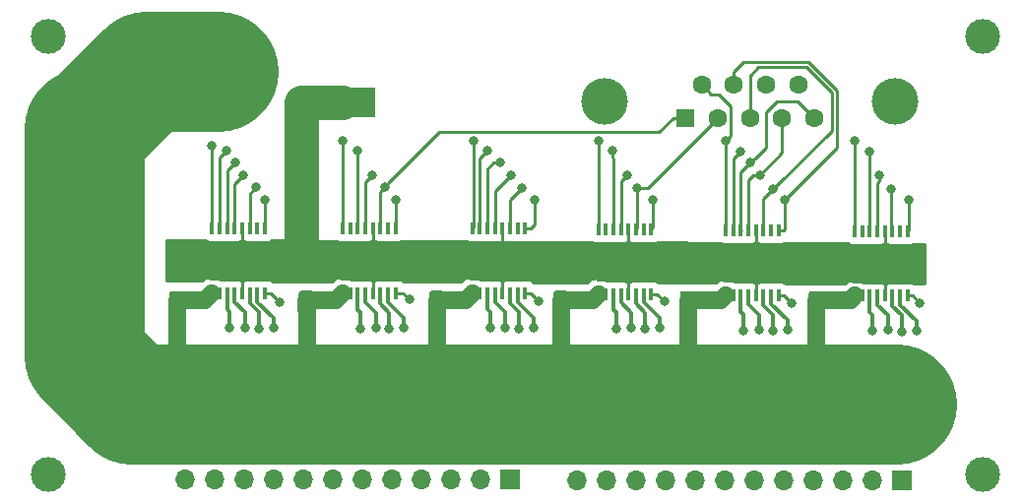
<source format=gbr>
G04 #@! TF.GenerationSoftware,KiCad,Pcbnew,(5.0.0)*
G04 #@! TF.CreationDate,2019-03-26T18:29:11-05:00*
G04 #@! TF.ProjectId,PP_OCT,50505F4F43542E6B696361645F706362,rev?*
G04 #@! TF.SameCoordinates,Original*
G04 #@! TF.FileFunction,Copper,L1,Top,Signal*
G04 #@! TF.FilePolarity,Positive*
%FSLAX46Y46*%
G04 Gerber Fmt 4.6, Leading zero omitted, Abs format (unit mm)*
G04 Created by KiCad (PCBNEW (5.0.0)) date 03/26/19 18:29:11*
%MOMM*%
%LPD*%
G01*
G04 APERTURE LIST*
G04 #@! TA.AperFunction,ComponentPad*
%ADD10C,3.000000*%
G04 #@! TD*
G04 #@! TA.AperFunction,ComponentPad*
%ADD11R,1.700000X1.700000*%
G04 #@! TD*
G04 #@! TA.AperFunction,ComponentPad*
%ADD12O,1.700000X1.700000*%
G04 #@! TD*
G04 #@! TA.AperFunction,ComponentPad*
%ADD13C,2.500000*%
G04 #@! TD*
G04 #@! TA.AperFunction,ComponentPad*
%ADD14R,2.500000X2.500000*%
G04 #@! TD*
G04 #@! TA.AperFunction,ViaPad*
%ADD15C,0.600000*%
G04 #@! TD*
G04 #@! TA.AperFunction,Conductor*
%ADD16R,5.000000X3.400000*%
G04 #@! TD*
G04 #@! TA.AperFunction,SMDPad,CuDef*
%ADD17R,0.450000X1.050000*%
G04 #@! TD*
G04 #@! TA.AperFunction,ComponentPad*
%ADD18C,4.000000*%
G04 #@! TD*
G04 #@! TA.AperFunction,ComponentPad*
%ADD19C,1.600000*%
G04 #@! TD*
G04 #@! TA.AperFunction,ComponentPad*
%ADD20R,1.600000X1.600000*%
G04 #@! TD*
G04 #@! TA.AperFunction,Conductor*
%ADD21C,0.100000*%
G04 #@! TD*
G04 #@! TA.AperFunction,SMDPad,CuDef*
%ADD22C,1.350000*%
G04 #@! TD*
G04 #@! TA.AperFunction,ViaPad*
%ADD23C,0.800000*%
G04 #@! TD*
G04 #@! TA.AperFunction,Conductor*
%ADD24C,0.350000*%
G04 #@! TD*
G04 #@! TA.AperFunction,Conductor*
%ADD25C,0.250000*%
G04 #@! TD*
G04 #@! TA.AperFunction,Conductor*
%ADD26C,3.000000*%
G04 #@! TD*
G04 #@! TA.AperFunction,Conductor*
%ADD27C,1.500000*%
G04 #@! TD*
G04 #@! TA.AperFunction,Conductor*
%ADD28C,10.331000*%
G04 #@! TD*
G04 #@! TA.AperFunction,Conductor*
%ADD29C,1.550000*%
G04 #@! TD*
G04 #@! TA.AperFunction,Conductor*
%ADD30C,0.254000*%
G04 #@! TD*
G04 APERTURE END LIST*
D10*
G04 #@! TO.P,REF\002A\002A,1*
G04 #@! TO.N,N/C*
X170950000Y-112470000D03*
G04 #@! TD*
G04 #@! TO.P,REF\002A\002A,1*
G04 #@! TO.N,N/C*
X90620000Y-112470000D03*
G04 #@! TD*
G04 #@! TO.P,REF\002A\002A,1*
G04 #@! TO.N,N/C*
X170950000Y-150140000D03*
G04 #@! TD*
G04 #@! TO.P,REF\002A\002A,1*
G04 #@! TO.N,N/C*
X90620000Y-150140000D03*
G04 #@! TD*
D11*
G04 #@! TO.P,J3,1*
G04 #@! TO.N,Net-(J3-Pad1)*
X163960000Y-150600000D03*
D12*
G04 #@! TO.P,J3,2*
G04 #@! TO.N,/VCC*
X136020000Y-148060000D03*
G04 #@! TO.P,J3,3*
G04 #@! TO.N,Net-(J3-Pad3)*
X161420000Y-150600000D03*
G04 #@! TO.P,J3,4*
G04 #@! TO.N,/VCC*
X138560000Y-148060000D03*
G04 #@! TO.P,J3,5*
G04 #@! TO.N,Net-(J3-Pad5)*
X158880000Y-150600000D03*
G04 #@! TO.P,J3,6*
G04 #@! TO.N,/VCC*
X141100000Y-148060000D03*
G04 #@! TO.P,J3,7*
G04 #@! TO.N,Net-(J3-Pad7)*
X156340000Y-150600000D03*
G04 #@! TO.P,J3,8*
G04 #@! TO.N,/VCC*
X143640000Y-148060000D03*
G04 #@! TO.P,J3,9*
G04 #@! TO.N,Net-(J3-Pad9)*
X153800000Y-150600000D03*
G04 #@! TO.P,J3,10*
G04 #@! TO.N,/VCC*
X146180000Y-148060000D03*
G04 #@! TO.P,J3,11*
G04 #@! TO.N,Net-(J3-Pad11)*
X151260000Y-150600000D03*
G04 #@! TO.P,J3,12*
G04 #@! TO.N,/VCC*
X148720000Y-148060000D03*
G04 #@! TO.P,J3,13*
G04 #@! TO.N,Net-(J3-Pad13)*
X148720000Y-150600000D03*
G04 #@! TO.P,J3,14*
G04 #@! TO.N,/VCC*
X151260000Y-148060000D03*
G04 #@! TO.P,J3,15*
G04 #@! TO.N,Net-(J3-Pad15)*
X146180000Y-150600000D03*
G04 #@! TO.P,J3,16*
G04 #@! TO.N,/VCC*
X153800000Y-148060000D03*
G04 #@! TO.P,J3,17*
G04 #@! TO.N,Net-(J3-Pad17)*
X143640000Y-150600000D03*
G04 #@! TO.P,J3,18*
G04 #@! TO.N,/VCC*
X156340000Y-148060000D03*
G04 #@! TO.P,J3,19*
G04 #@! TO.N,Net-(J3-Pad19)*
X141100000Y-150600000D03*
G04 #@! TO.P,J3,20*
G04 #@! TO.N,/VCC*
X158880000Y-148060000D03*
G04 #@! TO.P,J3,21*
G04 #@! TO.N,Net-(J3-Pad21)*
X138560000Y-150600000D03*
G04 #@! TO.P,J3,22*
G04 #@! TO.N,/VCC*
X161420000Y-148060000D03*
G04 #@! TO.P,J3,23*
G04 #@! TO.N,Net-(J3-Pad23)*
X136020000Y-150600000D03*
G04 #@! TO.P,J3,24*
G04 #@! TO.N,/VCC*
X163960000Y-148060000D03*
G04 #@! TD*
D11*
G04 #@! TO.P,J4,1*
G04 #@! TO.N,Net-(J4-Pad1)*
X130270000Y-150520000D03*
D12*
G04 #@! TO.P,J4,2*
G04 #@! TO.N,/VCC*
X102330000Y-147980000D03*
G04 #@! TO.P,J4,3*
G04 #@! TO.N,Net-(J4-Pad3)*
X127730000Y-150520000D03*
G04 #@! TO.P,J4,4*
G04 #@! TO.N,/VCC*
X104870000Y-147980000D03*
G04 #@! TO.P,J4,5*
G04 #@! TO.N,Net-(J4-Pad5)*
X125190000Y-150520000D03*
G04 #@! TO.P,J4,6*
G04 #@! TO.N,/VCC*
X107410000Y-147980000D03*
G04 #@! TO.P,J4,7*
G04 #@! TO.N,Net-(J4-Pad7)*
X122650000Y-150520000D03*
G04 #@! TO.P,J4,8*
G04 #@! TO.N,/VCC*
X109950000Y-147980000D03*
G04 #@! TO.P,J4,9*
G04 #@! TO.N,Net-(J4-Pad9)*
X120110000Y-150520000D03*
G04 #@! TO.P,J4,10*
G04 #@! TO.N,/VCC*
X112490000Y-147980000D03*
G04 #@! TO.P,J4,11*
G04 #@! TO.N,Net-(J4-Pad11)*
X117570000Y-150520000D03*
G04 #@! TO.P,J4,12*
G04 #@! TO.N,/VCC*
X115030000Y-147980000D03*
G04 #@! TO.P,J4,13*
G04 #@! TO.N,Net-(J4-Pad13)*
X115030000Y-150520000D03*
G04 #@! TO.P,J4,14*
G04 #@! TO.N,/VCC*
X117570000Y-147980000D03*
G04 #@! TO.P,J4,15*
G04 #@! TO.N,Net-(J4-Pad15)*
X112490000Y-150520000D03*
G04 #@! TO.P,J4,16*
G04 #@! TO.N,/VCC*
X120110000Y-147980000D03*
G04 #@! TO.P,J4,17*
G04 #@! TO.N,Net-(J4-Pad17)*
X109950000Y-150520000D03*
G04 #@! TO.P,J4,18*
G04 #@! TO.N,/VCC*
X122650000Y-147980000D03*
G04 #@! TO.P,J4,19*
G04 #@! TO.N,Net-(J4-Pad19)*
X107410000Y-150520000D03*
G04 #@! TO.P,J4,20*
G04 #@! TO.N,/VCC*
X125190000Y-147980000D03*
G04 #@! TO.P,J4,21*
G04 #@! TO.N,Net-(J4-Pad21)*
X104870000Y-150520000D03*
G04 #@! TO.P,J4,22*
G04 #@! TO.N,/VCC*
X127730000Y-147980000D03*
G04 #@! TO.P,J4,23*
G04 #@! TO.N,Net-(J4-Pad23)*
X102330000Y-150520000D03*
G04 #@! TO.P,J4,24*
G04 #@! TO.N,/VCC*
X130270000Y-147980000D03*
G04 #@! TD*
D13*
G04 #@! TO.P,J1,4*
G04 #@! TO.N,/VCC*
X102190000Y-118160000D03*
G04 #@! TO.P,J1,3*
X107270000Y-118160000D03*
G04 #@! TO.P,J1,2*
G04 #@! TO.N,/GND*
X112350000Y-118160000D03*
D14*
G04 #@! TO.P,J1,1*
X117430000Y-118160000D03*
G04 #@! TD*
D15*
G04 #@! TO.N,/GND*
G04 #@! TO.C,U3*
X104750000Y-132860000D03*
X104750000Y-131760000D03*
X104750000Y-130660000D03*
X105850000Y-132860000D03*
X105850000Y-131760000D03*
X105850000Y-130660000D03*
X106950000Y-132860000D03*
X106950000Y-131760000D03*
X106950000Y-130660000D03*
X108050000Y-132860000D03*
X108050000Y-131760000D03*
X108050000Y-130660000D03*
X109150000Y-130660000D03*
X109150000Y-131760000D03*
X109150000Y-132860000D03*
D16*
X106950000Y-131760000D03*
D17*
G04 #@! TD*
G04 #@! TO.P,U3,16*
G04 #@! TO.N,FAULT*
X104675000Y-128985000D03*
G04 #@! TO.P,U3,15*
G04 #@! TO.N,Net-(U1-Pad14)*
X105325000Y-128985000D03*
G04 #@! TO.P,U3,14*
G04 #@! TO.N,SER_DATA*
X105975000Y-128985000D03*
G04 #@! TO.P,U3,13*
G04 #@! TO.N,SER_CLK*
X106625000Y-128985000D03*
G04 #@! TO.P,U3,12*
G04 #@! TO.N,/GND*
X107275000Y-128985000D03*
G04 #@! TO.P,U3,11*
G04 #@! TO.N,LATCH_A*
X107925000Y-128985000D03*
G04 #@! TO.P,U3,10*
G04 #@! TO.N,Net-(U3-Pad10)*
X108575000Y-128985000D03*
G04 #@! TO.P,U3,9*
G04 #@! TO.N,RESET*
X109225000Y-128985000D03*
G04 #@! TO.P,U3,8*
G04 #@! TO.N,nENBL*
X109225000Y-134535000D03*
G04 #@! TO.P,U3,7*
G04 #@! TO.N,Net-(J4-Pad17)*
X108575000Y-134535000D03*
G04 #@! TO.P,U3,6*
G04 #@! TO.N,Net-(J4-Pad19)*
X107925000Y-134535000D03*
G04 #@! TO.P,U3,5*
G04 #@! TO.N,/GND*
X107275000Y-134535000D03*
G04 #@! TO.P,U3,4*
G04 #@! TO.N,Net-(J4-Pad21)*
X106625000Y-134535000D03*
G04 #@! TO.P,U3,3*
G04 #@! TO.N,Net-(J4-Pad23)*
X105975000Y-134535000D03*
G04 #@! TO.P,U3,2*
G04 #@! TO.N,/VCC*
X105325000Y-134535000D03*
G04 #@! TO.P,U3,1*
X104675000Y-134535000D03*
G04 #@! TD*
D18*
G04 #@! TO.P,J2,0*
G04 #@! TO.N,N/C*
X138430000Y-118060000D03*
X163430000Y-118060000D03*
D19*
G04 #@! TO.P,J2,9*
G04 #@! TO.N,/GND*
X155085000Y-116640000D03*
G04 #@! TO.P,J2,8*
G04 #@! TO.N,nENBL*
X152315000Y-116640000D03*
G04 #@! TO.P,J2,7*
G04 #@! TO.N,RESET*
X149545000Y-116640000D03*
G04 #@! TO.P,J2,6*
G04 #@! TO.N,FAULT*
X146775000Y-116640000D03*
G04 #@! TO.P,J2,5*
G04 #@! TO.N,SER_DATA*
X156470000Y-119480000D03*
G04 #@! TO.P,J2,4*
G04 #@! TO.N,SER_CLK*
X153700000Y-119480000D03*
G04 #@! TO.P,J2,3*
G04 #@! TO.N,LATCH_C*
X150930000Y-119480000D03*
G04 #@! TO.P,J2,2*
G04 #@! TO.N,LATCH_B*
X148160000Y-119480000D03*
D20*
G04 #@! TO.P,J2,1*
G04 #@! TO.N,LATCH_A*
X145390000Y-119480000D03*
G04 #@! TD*
D15*
G04 #@! TO.N,/GND*
G04 #@! TO.C,U1*
X115980000Y-132860000D03*
X115980000Y-131760000D03*
X115980000Y-130660000D03*
X117080000Y-132860000D03*
X117080000Y-131760000D03*
X117080000Y-130660000D03*
X118180000Y-132860000D03*
X118180000Y-131760000D03*
X118180000Y-130660000D03*
X119280000Y-132860000D03*
X119280000Y-131760000D03*
X119280000Y-130660000D03*
X120380000Y-130660000D03*
X120380000Y-131760000D03*
X120380000Y-132860000D03*
D16*
X118180000Y-131760000D03*
D17*
G04 #@! TD*
G04 #@! TO.P,U1,16*
G04 #@! TO.N,FAULT*
X115905000Y-128985000D03*
G04 #@! TO.P,U1,15*
G04 #@! TO.N,Net-(U1-Pad15)*
X116555000Y-128985000D03*
G04 #@! TO.P,U1,14*
G04 #@! TO.N,Net-(U1-Pad14)*
X117205000Y-128985000D03*
G04 #@! TO.P,U1,13*
G04 #@! TO.N,SER_CLK*
X117855000Y-128985000D03*
G04 #@! TO.P,U1,12*
G04 #@! TO.N,/GND*
X118505000Y-128985000D03*
G04 #@! TO.P,U1,11*
G04 #@! TO.N,LATCH_A*
X119155000Y-128985000D03*
G04 #@! TO.P,U1,10*
G04 #@! TO.N,Net-(U1-Pad10)*
X119805000Y-128985000D03*
G04 #@! TO.P,U1,9*
G04 #@! TO.N,RESET*
X120455000Y-128985000D03*
G04 #@! TO.P,U1,8*
G04 #@! TO.N,nENBL*
X120455000Y-134535000D03*
G04 #@! TO.P,U1,7*
G04 #@! TO.N,Net-(J4-Pad9)*
X119805000Y-134535000D03*
G04 #@! TO.P,U1,6*
G04 #@! TO.N,Net-(J4-Pad11)*
X119155000Y-134535000D03*
G04 #@! TO.P,U1,5*
G04 #@! TO.N,/GND*
X118505000Y-134535000D03*
G04 #@! TO.P,U1,4*
G04 #@! TO.N,Net-(J4-Pad13)*
X117855000Y-134535000D03*
G04 #@! TO.P,U1,3*
G04 #@! TO.N,Net-(J4-Pad15)*
X117205000Y-134535000D03*
G04 #@! TO.P,U1,2*
G04 #@! TO.N,/VCC*
X116555000Y-134535000D03*
G04 #@! TO.P,U1,1*
X115905000Y-134535000D03*
G04 #@! TD*
D15*
G04 #@! TO.N,/GND*
G04 #@! TO.C,U2*
X127120000Y-132860000D03*
X127120000Y-131760000D03*
X127120000Y-130660000D03*
X128220000Y-132860000D03*
X128220000Y-131760000D03*
X128220000Y-130660000D03*
X129320000Y-132860000D03*
X129320000Y-131760000D03*
X129320000Y-130660000D03*
X130420000Y-132860000D03*
X130420000Y-131760000D03*
X130420000Y-130660000D03*
X131520000Y-130660000D03*
X131520000Y-131760000D03*
X131520000Y-132860000D03*
D16*
X129320000Y-131760000D03*
D17*
G04 #@! TD*
G04 #@! TO.P,U2,16*
G04 #@! TO.N,FAULT*
X127045000Y-128985000D03*
G04 #@! TO.P,U2,15*
G04 #@! TO.N,Net-(U2-Pad15)*
X127695000Y-128985000D03*
G04 #@! TO.P,U2,14*
G04 #@! TO.N,SER_DATA*
X128345000Y-128985000D03*
G04 #@! TO.P,U2,13*
G04 #@! TO.N,SER_CLK*
X128995000Y-128985000D03*
G04 #@! TO.P,U2,12*
G04 #@! TO.N,/GND*
X129645000Y-128985000D03*
G04 #@! TO.P,U2,11*
G04 #@! TO.N,LATCH_B*
X130295000Y-128985000D03*
G04 #@! TO.P,U2,10*
G04 #@! TO.N,Net-(U2-Pad10)*
X130945000Y-128985000D03*
G04 #@! TO.P,U2,9*
G04 #@! TO.N,RESET*
X131595000Y-128985000D03*
G04 #@! TO.P,U2,8*
G04 #@! TO.N,nENBL*
X131595000Y-134535000D03*
G04 #@! TO.P,U2,7*
G04 #@! TO.N,Net-(J4-Pad1)*
X130945000Y-134535000D03*
G04 #@! TO.P,U2,6*
G04 #@! TO.N,Net-(J4-Pad3)*
X130295000Y-134535000D03*
G04 #@! TO.P,U2,5*
G04 #@! TO.N,/GND*
X129645000Y-134535000D03*
G04 #@! TO.P,U2,4*
G04 #@! TO.N,Net-(J4-Pad5)*
X128995000Y-134535000D03*
G04 #@! TO.P,U2,3*
G04 #@! TO.N,Net-(J4-Pad7)*
X128345000Y-134535000D03*
G04 #@! TO.P,U2,2*
G04 #@! TO.N,/VCC*
X127695000Y-134535000D03*
G04 #@! TO.P,U2,1*
X127045000Y-134535000D03*
G04 #@! TD*
D15*
G04 #@! TO.N,/GND*
G04 #@! TO.C,U4*
X137970000Y-132950000D03*
X137970000Y-131850000D03*
X137970000Y-130750000D03*
X139070000Y-132950000D03*
X139070000Y-131850000D03*
X139070000Y-130750000D03*
X140170000Y-132950000D03*
X140170000Y-131850000D03*
X140170000Y-130750000D03*
X141270000Y-132950000D03*
X141270000Y-131850000D03*
X141270000Y-130750000D03*
X142370000Y-130750000D03*
X142370000Y-131850000D03*
X142370000Y-132950000D03*
D16*
X140170000Y-131850000D03*
D17*
G04 #@! TD*
G04 #@! TO.P,U4,16*
G04 #@! TO.N,FAULT*
X137895000Y-129075000D03*
G04 #@! TO.P,U4,15*
G04 #@! TO.N,Net-(U4-Pad15)*
X138545000Y-129075000D03*
G04 #@! TO.P,U4,14*
G04 #@! TO.N,Net-(U2-Pad15)*
X139195000Y-129075000D03*
G04 #@! TO.P,U4,13*
G04 #@! TO.N,SER_CLK*
X139845000Y-129075000D03*
G04 #@! TO.P,U4,12*
G04 #@! TO.N,/GND*
X140495000Y-129075000D03*
G04 #@! TO.P,U4,11*
G04 #@! TO.N,LATCH_B*
X141145000Y-129075000D03*
G04 #@! TO.P,U4,10*
G04 #@! TO.N,Net-(U4-Pad10)*
X141795000Y-129075000D03*
G04 #@! TO.P,U4,9*
G04 #@! TO.N,RESET*
X142445000Y-129075000D03*
G04 #@! TO.P,U4,8*
G04 #@! TO.N,nENBL*
X142445000Y-134625000D03*
G04 #@! TO.P,U4,7*
G04 #@! TO.N,Net-(J3-Pad17)*
X141795000Y-134625000D03*
G04 #@! TO.P,U4,6*
G04 #@! TO.N,Net-(J3-Pad19)*
X141145000Y-134625000D03*
G04 #@! TO.P,U4,5*
G04 #@! TO.N,/GND*
X140495000Y-134625000D03*
G04 #@! TO.P,U4,4*
G04 #@! TO.N,Net-(J3-Pad21)*
X139845000Y-134625000D03*
G04 #@! TO.P,U4,3*
G04 #@! TO.N,Net-(J3-Pad23)*
X139195000Y-134625000D03*
G04 #@! TO.P,U4,2*
G04 #@! TO.N,/VCC*
X138545000Y-134625000D03*
G04 #@! TO.P,U4,1*
X137895000Y-134625000D03*
G04 #@! TD*
D15*
G04 #@! TO.N,/GND*
G04 #@! TO.C,U5*
X148930000Y-133030000D03*
X148930000Y-131930000D03*
X148930000Y-130830000D03*
X150030000Y-133030000D03*
X150030000Y-131930000D03*
X150030000Y-130830000D03*
X151130000Y-133030000D03*
X151130000Y-131930000D03*
X151130000Y-130830000D03*
X152230000Y-133030000D03*
X152230000Y-131930000D03*
X152230000Y-130830000D03*
X153330000Y-130830000D03*
X153330000Y-131930000D03*
X153330000Y-133030000D03*
D16*
X151130000Y-131930000D03*
D17*
G04 #@! TD*
G04 #@! TO.P,U5,16*
G04 #@! TO.N,FAULT*
X148855000Y-129155000D03*
G04 #@! TO.P,U5,15*
G04 #@! TO.N,Net-(U5-Pad15)*
X149505000Y-129155000D03*
G04 #@! TO.P,U5,14*
G04 #@! TO.N,SER_DATA*
X150155000Y-129155000D03*
G04 #@! TO.P,U5,13*
G04 #@! TO.N,SER_CLK*
X150805000Y-129155000D03*
G04 #@! TO.P,U5,12*
G04 #@! TO.N,/GND*
X151455000Y-129155000D03*
G04 #@! TO.P,U5,11*
G04 #@! TO.N,LATCH_C*
X152105000Y-129155000D03*
G04 #@! TO.P,U5,10*
G04 #@! TO.N,Net-(U5-Pad10)*
X152755000Y-129155000D03*
G04 #@! TO.P,U5,9*
G04 #@! TO.N,RESET*
X153405000Y-129155000D03*
G04 #@! TO.P,U5,8*
G04 #@! TO.N,nENBL*
X153405000Y-134705000D03*
G04 #@! TO.P,U5,7*
G04 #@! TO.N,Net-(J3-Pad9)*
X152755000Y-134705000D03*
G04 #@! TO.P,U5,6*
G04 #@! TO.N,Net-(J3-Pad11)*
X152105000Y-134705000D03*
G04 #@! TO.P,U5,5*
G04 #@! TO.N,/GND*
X151455000Y-134705000D03*
G04 #@! TO.P,U5,4*
G04 #@! TO.N,Net-(J3-Pad13)*
X150805000Y-134705000D03*
G04 #@! TO.P,U5,3*
G04 #@! TO.N,Net-(J3-Pad15)*
X150155000Y-134705000D03*
G04 #@! TO.P,U5,2*
G04 #@! TO.N,/VCC*
X149505000Y-134705000D03*
G04 #@! TO.P,U5,1*
X148855000Y-134705000D03*
G04 #@! TD*
D15*
G04 #@! TO.N,/GND*
G04 #@! TO.C,U6*
X160010000Y-133090000D03*
X160010000Y-131990000D03*
X160010000Y-130890000D03*
X161110000Y-133090000D03*
X161110000Y-131990000D03*
X161110000Y-130890000D03*
X162210000Y-133090000D03*
X162210000Y-131990000D03*
X162210000Y-130890000D03*
X163310000Y-133090000D03*
X163310000Y-131990000D03*
X163310000Y-130890000D03*
X164410000Y-130890000D03*
X164410000Y-131990000D03*
X164410000Y-133090000D03*
D16*
X162210000Y-131990000D03*
D17*
G04 #@! TD*
G04 #@! TO.P,U6,16*
G04 #@! TO.N,FAULT*
X159935000Y-129215000D03*
G04 #@! TO.P,U6,15*
G04 #@! TO.N,Net-(U6-Pad15)*
X160585000Y-129215000D03*
G04 #@! TO.P,U6,14*
G04 #@! TO.N,Net-(U5-Pad15)*
X161235000Y-129215000D03*
G04 #@! TO.P,U6,13*
G04 #@! TO.N,SER_CLK*
X161885000Y-129215000D03*
G04 #@! TO.P,U6,12*
G04 #@! TO.N,/GND*
X162535000Y-129215000D03*
G04 #@! TO.P,U6,11*
G04 #@! TO.N,LATCH_C*
X163185000Y-129215000D03*
G04 #@! TO.P,U6,10*
G04 #@! TO.N,Net-(U6-Pad10)*
X163835000Y-129215000D03*
G04 #@! TO.P,U6,9*
G04 #@! TO.N,RESET*
X164485000Y-129215000D03*
G04 #@! TO.P,U6,8*
G04 #@! TO.N,nENBL*
X164485000Y-134765000D03*
G04 #@! TO.P,U6,7*
G04 #@! TO.N,Net-(J3-Pad1)*
X163835000Y-134765000D03*
G04 #@! TO.P,U6,6*
G04 #@! TO.N,Net-(J3-Pad3)*
X163185000Y-134765000D03*
G04 #@! TO.P,U6,5*
G04 #@! TO.N,/GND*
X162535000Y-134765000D03*
G04 #@! TO.P,U6,4*
G04 #@! TO.N,Net-(J3-Pad5)*
X161885000Y-134765000D03*
G04 #@! TO.P,U6,3*
G04 #@! TO.N,Net-(J3-Pad7)*
X161235000Y-134765000D03*
G04 #@! TO.P,U6,2*
G04 #@! TO.N,/VCC*
X160585000Y-134765000D03*
G04 #@! TO.P,U6,1*
X159935000Y-134765000D03*
G04 #@! TD*
D21*
G04 #@! TO.N,/GND*
G04 #@! TO.C,C1*
G36*
X102129505Y-131496204D02*
X102153773Y-131499804D01*
X102177572Y-131505765D01*
X102200671Y-131514030D01*
X102222850Y-131524520D01*
X102243893Y-131537132D01*
X102263599Y-131551747D01*
X102281777Y-131568223D01*
X102298253Y-131586401D01*
X102312868Y-131606107D01*
X102325480Y-131627150D01*
X102335970Y-131649329D01*
X102344235Y-131672428D01*
X102350196Y-131696227D01*
X102353796Y-131720495D01*
X102355000Y-131744999D01*
X102355000Y-132820001D01*
X102353796Y-132844505D01*
X102350196Y-132868773D01*
X102344235Y-132892572D01*
X102335970Y-132915671D01*
X102325480Y-132937850D01*
X102312868Y-132958893D01*
X102298253Y-132978599D01*
X102281777Y-132996777D01*
X102263599Y-133013253D01*
X102243893Y-133027868D01*
X102222850Y-133040480D01*
X102200671Y-133050970D01*
X102177572Y-133059235D01*
X102153773Y-133065196D01*
X102129505Y-133068796D01*
X102105001Y-133070000D01*
X101254999Y-133070000D01*
X101230495Y-133068796D01*
X101206227Y-133065196D01*
X101182428Y-133059235D01*
X101159329Y-133050970D01*
X101137150Y-133040480D01*
X101116107Y-133027868D01*
X101096401Y-133013253D01*
X101078223Y-132996777D01*
X101061747Y-132978599D01*
X101047132Y-132958893D01*
X101034520Y-132937850D01*
X101024030Y-132915671D01*
X101015765Y-132892572D01*
X101009804Y-132868773D01*
X101006204Y-132844505D01*
X101005000Y-132820001D01*
X101005000Y-131744999D01*
X101006204Y-131720495D01*
X101009804Y-131696227D01*
X101015765Y-131672428D01*
X101024030Y-131649329D01*
X101034520Y-131627150D01*
X101047132Y-131606107D01*
X101061747Y-131586401D01*
X101078223Y-131568223D01*
X101096401Y-131551747D01*
X101116107Y-131537132D01*
X101137150Y-131524520D01*
X101159329Y-131514030D01*
X101182428Y-131505765D01*
X101206227Y-131499804D01*
X101230495Y-131496204D01*
X101254999Y-131495000D01*
X102105001Y-131495000D01*
X102129505Y-131496204D01*
X102129505Y-131496204D01*
G37*
D22*
G04 #@! TD*
G04 #@! TO.P,C1,2*
G04 #@! TO.N,/GND*
X101680000Y-132282500D03*
D21*
G04 #@! TO.N,/VCC*
G04 #@! TO.C,C1*
G36*
X102129505Y-134371204D02*
X102153773Y-134374804D01*
X102177572Y-134380765D01*
X102200671Y-134389030D01*
X102222850Y-134399520D01*
X102243893Y-134412132D01*
X102263599Y-134426747D01*
X102281777Y-134443223D01*
X102298253Y-134461401D01*
X102312868Y-134481107D01*
X102325480Y-134502150D01*
X102335970Y-134524329D01*
X102344235Y-134547428D01*
X102350196Y-134571227D01*
X102353796Y-134595495D01*
X102355000Y-134619999D01*
X102355000Y-135695001D01*
X102353796Y-135719505D01*
X102350196Y-135743773D01*
X102344235Y-135767572D01*
X102335970Y-135790671D01*
X102325480Y-135812850D01*
X102312868Y-135833893D01*
X102298253Y-135853599D01*
X102281777Y-135871777D01*
X102263599Y-135888253D01*
X102243893Y-135902868D01*
X102222850Y-135915480D01*
X102200671Y-135925970D01*
X102177572Y-135934235D01*
X102153773Y-135940196D01*
X102129505Y-135943796D01*
X102105001Y-135945000D01*
X101254999Y-135945000D01*
X101230495Y-135943796D01*
X101206227Y-135940196D01*
X101182428Y-135934235D01*
X101159329Y-135925970D01*
X101137150Y-135915480D01*
X101116107Y-135902868D01*
X101096401Y-135888253D01*
X101078223Y-135871777D01*
X101061747Y-135853599D01*
X101047132Y-135833893D01*
X101034520Y-135812850D01*
X101024030Y-135790671D01*
X101015765Y-135767572D01*
X101009804Y-135743773D01*
X101006204Y-135719505D01*
X101005000Y-135695001D01*
X101005000Y-134619999D01*
X101006204Y-134595495D01*
X101009804Y-134571227D01*
X101015765Y-134547428D01*
X101024030Y-134524329D01*
X101034520Y-134502150D01*
X101047132Y-134481107D01*
X101061747Y-134461401D01*
X101078223Y-134443223D01*
X101096401Y-134426747D01*
X101116107Y-134412132D01*
X101137150Y-134399520D01*
X101159329Y-134389030D01*
X101182428Y-134380765D01*
X101206227Y-134374804D01*
X101230495Y-134371204D01*
X101254999Y-134370000D01*
X102105001Y-134370000D01*
X102129505Y-134371204D01*
X102129505Y-134371204D01*
G37*
D22*
G04 #@! TD*
G04 #@! TO.P,C1,1*
G04 #@! TO.N,/VCC*
X101680000Y-135157500D03*
D21*
G04 #@! TO.N,/GND*
G04 #@! TO.C,C2*
G36*
X113249505Y-131466204D02*
X113273773Y-131469804D01*
X113297572Y-131475765D01*
X113320671Y-131484030D01*
X113342850Y-131494520D01*
X113363893Y-131507132D01*
X113383599Y-131521747D01*
X113401777Y-131538223D01*
X113418253Y-131556401D01*
X113432868Y-131576107D01*
X113445480Y-131597150D01*
X113455970Y-131619329D01*
X113464235Y-131642428D01*
X113470196Y-131666227D01*
X113473796Y-131690495D01*
X113475000Y-131714999D01*
X113475000Y-132790001D01*
X113473796Y-132814505D01*
X113470196Y-132838773D01*
X113464235Y-132862572D01*
X113455970Y-132885671D01*
X113445480Y-132907850D01*
X113432868Y-132928893D01*
X113418253Y-132948599D01*
X113401777Y-132966777D01*
X113383599Y-132983253D01*
X113363893Y-132997868D01*
X113342850Y-133010480D01*
X113320671Y-133020970D01*
X113297572Y-133029235D01*
X113273773Y-133035196D01*
X113249505Y-133038796D01*
X113225001Y-133040000D01*
X112374999Y-133040000D01*
X112350495Y-133038796D01*
X112326227Y-133035196D01*
X112302428Y-133029235D01*
X112279329Y-133020970D01*
X112257150Y-133010480D01*
X112236107Y-132997868D01*
X112216401Y-132983253D01*
X112198223Y-132966777D01*
X112181747Y-132948599D01*
X112167132Y-132928893D01*
X112154520Y-132907850D01*
X112144030Y-132885671D01*
X112135765Y-132862572D01*
X112129804Y-132838773D01*
X112126204Y-132814505D01*
X112125000Y-132790001D01*
X112125000Y-131714999D01*
X112126204Y-131690495D01*
X112129804Y-131666227D01*
X112135765Y-131642428D01*
X112144030Y-131619329D01*
X112154520Y-131597150D01*
X112167132Y-131576107D01*
X112181747Y-131556401D01*
X112198223Y-131538223D01*
X112216401Y-131521747D01*
X112236107Y-131507132D01*
X112257150Y-131494520D01*
X112279329Y-131484030D01*
X112302428Y-131475765D01*
X112326227Y-131469804D01*
X112350495Y-131466204D01*
X112374999Y-131465000D01*
X113225001Y-131465000D01*
X113249505Y-131466204D01*
X113249505Y-131466204D01*
G37*
D22*
G04 #@! TD*
G04 #@! TO.P,C2,2*
G04 #@! TO.N,/GND*
X112800000Y-132252500D03*
D21*
G04 #@! TO.N,/VCC*
G04 #@! TO.C,C2*
G36*
X113249505Y-134341204D02*
X113273773Y-134344804D01*
X113297572Y-134350765D01*
X113320671Y-134359030D01*
X113342850Y-134369520D01*
X113363893Y-134382132D01*
X113383599Y-134396747D01*
X113401777Y-134413223D01*
X113418253Y-134431401D01*
X113432868Y-134451107D01*
X113445480Y-134472150D01*
X113455970Y-134494329D01*
X113464235Y-134517428D01*
X113470196Y-134541227D01*
X113473796Y-134565495D01*
X113475000Y-134589999D01*
X113475000Y-135665001D01*
X113473796Y-135689505D01*
X113470196Y-135713773D01*
X113464235Y-135737572D01*
X113455970Y-135760671D01*
X113445480Y-135782850D01*
X113432868Y-135803893D01*
X113418253Y-135823599D01*
X113401777Y-135841777D01*
X113383599Y-135858253D01*
X113363893Y-135872868D01*
X113342850Y-135885480D01*
X113320671Y-135895970D01*
X113297572Y-135904235D01*
X113273773Y-135910196D01*
X113249505Y-135913796D01*
X113225001Y-135915000D01*
X112374999Y-135915000D01*
X112350495Y-135913796D01*
X112326227Y-135910196D01*
X112302428Y-135904235D01*
X112279329Y-135895970D01*
X112257150Y-135885480D01*
X112236107Y-135872868D01*
X112216401Y-135858253D01*
X112198223Y-135841777D01*
X112181747Y-135823599D01*
X112167132Y-135803893D01*
X112154520Y-135782850D01*
X112144030Y-135760671D01*
X112135765Y-135737572D01*
X112129804Y-135713773D01*
X112126204Y-135689505D01*
X112125000Y-135665001D01*
X112125000Y-134589999D01*
X112126204Y-134565495D01*
X112129804Y-134541227D01*
X112135765Y-134517428D01*
X112144030Y-134494329D01*
X112154520Y-134472150D01*
X112167132Y-134451107D01*
X112181747Y-134431401D01*
X112198223Y-134413223D01*
X112216401Y-134396747D01*
X112236107Y-134382132D01*
X112257150Y-134369520D01*
X112279329Y-134359030D01*
X112302428Y-134350765D01*
X112326227Y-134344804D01*
X112350495Y-134341204D01*
X112374999Y-134340000D01*
X113225001Y-134340000D01*
X113249505Y-134341204D01*
X113249505Y-134341204D01*
G37*
D22*
G04 #@! TD*
G04 #@! TO.P,C2,1*
G04 #@! TO.N,/VCC*
X112800000Y-135127500D03*
D21*
G04 #@! TO.N,/GND*
G04 #@! TO.C,C3*
G36*
X124469505Y-131466204D02*
X124493773Y-131469804D01*
X124517572Y-131475765D01*
X124540671Y-131484030D01*
X124562850Y-131494520D01*
X124583893Y-131507132D01*
X124603599Y-131521747D01*
X124621777Y-131538223D01*
X124638253Y-131556401D01*
X124652868Y-131576107D01*
X124665480Y-131597150D01*
X124675970Y-131619329D01*
X124684235Y-131642428D01*
X124690196Y-131666227D01*
X124693796Y-131690495D01*
X124695000Y-131714999D01*
X124695000Y-132790001D01*
X124693796Y-132814505D01*
X124690196Y-132838773D01*
X124684235Y-132862572D01*
X124675970Y-132885671D01*
X124665480Y-132907850D01*
X124652868Y-132928893D01*
X124638253Y-132948599D01*
X124621777Y-132966777D01*
X124603599Y-132983253D01*
X124583893Y-132997868D01*
X124562850Y-133010480D01*
X124540671Y-133020970D01*
X124517572Y-133029235D01*
X124493773Y-133035196D01*
X124469505Y-133038796D01*
X124445001Y-133040000D01*
X123594999Y-133040000D01*
X123570495Y-133038796D01*
X123546227Y-133035196D01*
X123522428Y-133029235D01*
X123499329Y-133020970D01*
X123477150Y-133010480D01*
X123456107Y-132997868D01*
X123436401Y-132983253D01*
X123418223Y-132966777D01*
X123401747Y-132948599D01*
X123387132Y-132928893D01*
X123374520Y-132907850D01*
X123364030Y-132885671D01*
X123355765Y-132862572D01*
X123349804Y-132838773D01*
X123346204Y-132814505D01*
X123345000Y-132790001D01*
X123345000Y-131714999D01*
X123346204Y-131690495D01*
X123349804Y-131666227D01*
X123355765Y-131642428D01*
X123364030Y-131619329D01*
X123374520Y-131597150D01*
X123387132Y-131576107D01*
X123401747Y-131556401D01*
X123418223Y-131538223D01*
X123436401Y-131521747D01*
X123456107Y-131507132D01*
X123477150Y-131494520D01*
X123499329Y-131484030D01*
X123522428Y-131475765D01*
X123546227Y-131469804D01*
X123570495Y-131466204D01*
X123594999Y-131465000D01*
X124445001Y-131465000D01*
X124469505Y-131466204D01*
X124469505Y-131466204D01*
G37*
D22*
G04 #@! TD*
G04 #@! TO.P,C3,2*
G04 #@! TO.N,/GND*
X124020000Y-132252500D03*
D21*
G04 #@! TO.N,/VCC*
G04 #@! TO.C,C3*
G36*
X124469505Y-134341204D02*
X124493773Y-134344804D01*
X124517572Y-134350765D01*
X124540671Y-134359030D01*
X124562850Y-134369520D01*
X124583893Y-134382132D01*
X124603599Y-134396747D01*
X124621777Y-134413223D01*
X124638253Y-134431401D01*
X124652868Y-134451107D01*
X124665480Y-134472150D01*
X124675970Y-134494329D01*
X124684235Y-134517428D01*
X124690196Y-134541227D01*
X124693796Y-134565495D01*
X124695000Y-134589999D01*
X124695000Y-135665001D01*
X124693796Y-135689505D01*
X124690196Y-135713773D01*
X124684235Y-135737572D01*
X124675970Y-135760671D01*
X124665480Y-135782850D01*
X124652868Y-135803893D01*
X124638253Y-135823599D01*
X124621777Y-135841777D01*
X124603599Y-135858253D01*
X124583893Y-135872868D01*
X124562850Y-135885480D01*
X124540671Y-135895970D01*
X124517572Y-135904235D01*
X124493773Y-135910196D01*
X124469505Y-135913796D01*
X124445001Y-135915000D01*
X123594999Y-135915000D01*
X123570495Y-135913796D01*
X123546227Y-135910196D01*
X123522428Y-135904235D01*
X123499329Y-135895970D01*
X123477150Y-135885480D01*
X123456107Y-135872868D01*
X123436401Y-135858253D01*
X123418223Y-135841777D01*
X123401747Y-135823599D01*
X123387132Y-135803893D01*
X123374520Y-135782850D01*
X123364030Y-135760671D01*
X123355765Y-135737572D01*
X123349804Y-135713773D01*
X123346204Y-135689505D01*
X123345000Y-135665001D01*
X123345000Y-134589999D01*
X123346204Y-134565495D01*
X123349804Y-134541227D01*
X123355765Y-134517428D01*
X123364030Y-134494329D01*
X123374520Y-134472150D01*
X123387132Y-134451107D01*
X123401747Y-134431401D01*
X123418223Y-134413223D01*
X123436401Y-134396747D01*
X123456107Y-134382132D01*
X123477150Y-134369520D01*
X123499329Y-134359030D01*
X123522428Y-134350765D01*
X123546227Y-134344804D01*
X123570495Y-134341204D01*
X123594999Y-134340000D01*
X124445001Y-134340000D01*
X124469505Y-134341204D01*
X124469505Y-134341204D01*
G37*
D22*
G04 #@! TD*
G04 #@! TO.P,C3,1*
G04 #@! TO.N,/VCC*
X124020000Y-135127500D03*
D21*
G04 #@! TO.N,/GND*
G04 #@! TO.C,C4*
G36*
X135139505Y-131466204D02*
X135163773Y-131469804D01*
X135187572Y-131475765D01*
X135210671Y-131484030D01*
X135232850Y-131494520D01*
X135253893Y-131507132D01*
X135273599Y-131521747D01*
X135291777Y-131538223D01*
X135308253Y-131556401D01*
X135322868Y-131576107D01*
X135335480Y-131597150D01*
X135345970Y-131619329D01*
X135354235Y-131642428D01*
X135360196Y-131666227D01*
X135363796Y-131690495D01*
X135365000Y-131714999D01*
X135365000Y-132790001D01*
X135363796Y-132814505D01*
X135360196Y-132838773D01*
X135354235Y-132862572D01*
X135345970Y-132885671D01*
X135335480Y-132907850D01*
X135322868Y-132928893D01*
X135308253Y-132948599D01*
X135291777Y-132966777D01*
X135273599Y-132983253D01*
X135253893Y-132997868D01*
X135232850Y-133010480D01*
X135210671Y-133020970D01*
X135187572Y-133029235D01*
X135163773Y-133035196D01*
X135139505Y-133038796D01*
X135115001Y-133040000D01*
X134264999Y-133040000D01*
X134240495Y-133038796D01*
X134216227Y-133035196D01*
X134192428Y-133029235D01*
X134169329Y-133020970D01*
X134147150Y-133010480D01*
X134126107Y-132997868D01*
X134106401Y-132983253D01*
X134088223Y-132966777D01*
X134071747Y-132948599D01*
X134057132Y-132928893D01*
X134044520Y-132907850D01*
X134034030Y-132885671D01*
X134025765Y-132862572D01*
X134019804Y-132838773D01*
X134016204Y-132814505D01*
X134015000Y-132790001D01*
X134015000Y-131714999D01*
X134016204Y-131690495D01*
X134019804Y-131666227D01*
X134025765Y-131642428D01*
X134034030Y-131619329D01*
X134044520Y-131597150D01*
X134057132Y-131576107D01*
X134071747Y-131556401D01*
X134088223Y-131538223D01*
X134106401Y-131521747D01*
X134126107Y-131507132D01*
X134147150Y-131494520D01*
X134169329Y-131484030D01*
X134192428Y-131475765D01*
X134216227Y-131469804D01*
X134240495Y-131466204D01*
X134264999Y-131465000D01*
X135115001Y-131465000D01*
X135139505Y-131466204D01*
X135139505Y-131466204D01*
G37*
D22*
G04 #@! TD*
G04 #@! TO.P,C4,2*
G04 #@! TO.N,/GND*
X134690000Y-132252500D03*
D21*
G04 #@! TO.N,/VCC*
G04 #@! TO.C,C4*
G36*
X135139505Y-134341204D02*
X135163773Y-134344804D01*
X135187572Y-134350765D01*
X135210671Y-134359030D01*
X135232850Y-134369520D01*
X135253893Y-134382132D01*
X135273599Y-134396747D01*
X135291777Y-134413223D01*
X135308253Y-134431401D01*
X135322868Y-134451107D01*
X135335480Y-134472150D01*
X135345970Y-134494329D01*
X135354235Y-134517428D01*
X135360196Y-134541227D01*
X135363796Y-134565495D01*
X135365000Y-134589999D01*
X135365000Y-135665001D01*
X135363796Y-135689505D01*
X135360196Y-135713773D01*
X135354235Y-135737572D01*
X135345970Y-135760671D01*
X135335480Y-135782850D01*
X135322868Y-135803893D01*
X135308253Y-135823599D01*
X135291777Y-135841777D01*
X135273599Y-135858253D01*
X135253893Y-135872868D01*
X135232850Y-135885480D01*
X135210671Y-135895970D01*
X135187572Y-135904235D01*
X135163773Y-135910196D01*
X135139505Y-135913796D01*
X135115001Y-135915000D01*
X134264999Y-135915000D01*
X134240495Y-135913796D01*
X134216227Y-135910196D01*
X134192428Y-135904235D01*
X134169329Y-135895970D01*
X134147150Y-135885480D01*
X134126107Y-135872868D01*
X134106401Y-135858253D01*
X134088223Y-135841777D01*
X134071747Y-135823599D01*
X134057132Y-135803893D01*
X134044520Y-135782850D01*
X134034030Y-135760671D01*
X134025765Y-135737572D01*
X134019804Y-135713773D01*
X134016204Y-135689505D01*
X134015000Y-135665001D01*
X134015000Y-134589999D01*
X134016204Y-134565495D01*
X134019804Y-134541227D01*
X134025765Y-134517428D01*
X134034030Y-134494329D01*
X134044520Y-134472150D01*
X134057132Y-134451107D01*
X134071747Y-134431401D01*
X134088223Y-134413223D01*
X134106401Y-134396747D01*
X134126107Y-134382132D01*
X134147150Y-134369520D01*
X134169329Y-134359030D01*
X134192428Y-134350765D01*
X134216227Y-134344804D01*
X134240495Y-134341204D01*
X134264999Y-134340000D01*
X135115001Y-134340000D01*
X135139505Y-134341204D01*
X135139505Y-134341204D01*
G37*
D22*
G04 #@! TD*
G04 #@! TO.P,C4,1*
G04 #@! TO.N,/VCC*
X134690000Y-135127500D03*
D21*
G04 #@! TO.N,/GND*
G04 #@! TO.C,C5*
G36*
X146039505Y-131476204D02*
X146063773Y-131479804D01*
X146087572Y-131485765D01*
X146110671Y-131494030D01*
X146132850Y-131504520D01*
X146153893Y-131517132D01*
X146173599Y-131531747D01*
X146191777Y-131548223D01*
X146208253Y-131566401D01*
X146222868Y-131586107D01*
X146235480Y-131607150D01*
X146245970Y-131629329D01*
X146254235Y-131652428D01*
X146260196Y-131676227D01*
X146263796Y-131700495D01*
X146265000Y-131724999D01*
X146265000Y-132800001D01*
X146263796Y-132824505D01*
X146260196Y-132848773D01*
X146254235Y-132872572D01*
X146245970Y-132895671D01*
X146235480Y-132917850D01*
X146222868Y-132938893D01*
X146208253Y-132958599D01*
X146191777Y-132976777D01*
X146173599Y-132993253D01*
X146153893Y-133007868D01*
X146132850Y-133020480D01*
X146110671Y-133030970D01*
X146087572Y-133039235D01*
X146063773Y-133045196D01*
X146039505Y-133048796D01*
X146015001Y-133050000D01*
X145164999Y-133050000D01*
X145140495Y-133048796D01*
X145116227Y-133045196D01*
X145092428Y-133039235D01*
X145069329Y-133030970D01*
X145047150Y-133020480D01*
X145026107Y-133007868D01*
X145006401Y-132993253D01*
X144988223Y-132976777D01*
X144971747Y-132958599D01*
X144957132Y-132938893D01*
X144944520Y-132917850D01*
X144934030Y-132895671D01*
X144925765Y-132872572D01*
X144919804Y-132848773D01*
X144916204Y-132824505D01*
X144915000Y-132800001D01*
X144915000Y-131724999D01*
X144916204Y-131700495D01*
X144919804Y-131676227D01*
X144925765Y-131652428D01*
X144934030Y-131629329D01*
X144944520Y-131607150D01*
X144957132Y-131586107D01*
X144971747Y-131566401D01*
X144988223Y-131548223D01*
X145006401Y-131531747D01*
X145026107Y-131517132D01*
X145047150Y-131504520D01*
X145069329Y-131494030D01*
X145092428Y-131485765D01*
X145116227Y-131479804D01*
X145140495Y-131476204D01*
X145164999Y-131475000D01*
X146015001Y-131475000D01*
X146039505Y-131476204D01*
X146039505Y-131476204D01*
G37*
D22*
G04 #@! TD*
G04 #@! TO.P,C5,2*
G04 #@! TO.N,/GND*
X145590000Y-132262500D03*
D21*
G04 #@! TO.N,/VCC*
G04 #@! TO.C,C5*
G36*
X146039505Y-134351204D02*
X146063773Y-134354804D01*
X146087572Y-134360765D01*
X146110671Y-134369030D01*
X146132850Y-134379520D01*
X146153893Y-134392132D01*
X146173599Y-134406747D01*
X146191777Y-134423223D01*
X146208253Y-134441401D01*
X146222868Y-134461107D01*
X146235480Y-134482150D01*
X146245970Y-134504329D01*
X146254235Y-134527428D01*
X146260196Y-134551227D01*
X146263796Y-134575495D01*
X146265000Y-134599999D01*
X146265000Y-135675001D01*
X146263796Y-135699505D01*
X146260196Y-135723773D01*
X146254235Y-135747572D01*
X146245970Y-135770671D01*
X146235480Y-135792850D01*
X146222868Y-135813893D01*
X146208253Y-135833599D01*
X146191777Y-135851777D01*
X146173599Y-135868253D01*
X146153893Y-135882868D01*
X146132850Y-135895480D01*
X146110671Y-135905970D01*
X146087572Y-135914235D01*
X146063773Y-135920196D01*
X146039505Y-135923796D01*
X146015001Y-135925000D01*
X145164999Y-135925000D01*
X145140495Y-135923796D01*
X145116227Y-135920196D01*
X145092428Y-135914235D01*
X145069329Y-135905970D01*
X145047150Y-135895480D01*
X145026107Y-135882868D01*
X145006401Y-135868253D01*
X144988223Y-135851777D01*
X144971747Y-135833599D01*
X144957132Y-135813893D01*
X144944520Y-135792850D01*
X144934030Y-135770671D01*
X144925765Y-135747572D01*
X144919804Y-135723773D01*
X144916204Y-135699505D01*
X144915000Y-135675001D01*
X144915000Y-134599999D01*
X144916204Y-134575495D01*
X144919804Y-134551227D01*
X144925765Y-134527428D01*
X144934030Y-134504329D01*
X144944520Y-134482150D01*
X144957132Y-134461107D01*
X144971747Y-134441401D01*
X144988223Y-134423223D01*
X145006401Y-134406747D01*
X145026107Y-134392132D01*
X145047150Y-134379520D01*
X145069329Y-134369030D01*
X145092428Y-134360765D01*
X145116227Y-134354804D01*
X145140495Y-134351204D01*
X145164999Y-134350000D01*
X146015001Y-134350000D01*
X146039505Y-134351204D01*
X146039505Y-134351204D01*
G37*
D22*
G04 #@! TD*
G04 #@! TO.P,C5,1*
G04 #@! TO.N,/VCC*
X145590000Y-135137500D03*
D21*
G04 #@! TO.N,/GND*
G04 #@! TO.C,C6*
G36*
X157119505Y-131476204D02*
X157143773Y-131479804D01*
X157167572Y-131485765D01*
X157190671Y-131494030D01*
X157212850Y-131504520D01*
X157233893Y-131517132D01*
X157253599Y-131531747D01*
X157271777Y-131548223D01*
X157288253Y-131566401D01*
X157302868Y-131586107D01*
X157315480Y-131607150D01*
X157325970Y-131629329D01*
X157334235Y-131652428D01*
X157340196Y-131676227D01*
X157343796Y-131700495D01*
X157345000Y-131724999D01*
X157345000Y-132800001D01*
X157343796Y-132824505D01*
X157340196Y-132848773D01*
X157334235Y-132872572D01*
X157325970Y-132895671D01*
X157315480Y-132917850D01*
X157302868Y-132938893D01*
X157288253Y-132958599D01*
X157271777Y-132976777D01*
X157253599Y-132993253D01*
X157233893Y-133007868D01*
X157212850Y-133020480D01*
X157190671Y-133030970D01*
X157167572Y-133039235D01*
X157143773Y-133045196D01*
X157119505Y-133048796D01*
X157095001Y-133050000D01*
X156244999Y-133050000D01*
X156220495Y-133048796D01*
X156196227Y-133045196D01*
X156172428Y-133039235D01*
X156149329Y-133030970D01*
X156127150Y-133020480D01*
X156106107Y-133007868D01*
X156086401Y-132993253D01*
X156068223Y-132976777D01*
X156051747Y-132958599D01*
X156037132Y-132938893D01*
X156024520Y-132917850D01*
X156014030Y-132895671D01*
X156005765Y-132872572D01*
X155999804Y-132848773D01*
X155996204Y-132824505D01*
X155995000Y-132800001D01*
X155995000Y-131724999D01*
X155996204Y-131700495D01*
X155999804Y-131676227D01*
X156005765Y-131652428D01*
X156014030Y-131629329D01*
X156024520Y-131607150D01*
X156037132Y-131586107D01*
X156051747Y-131566401D01*
X156068223Y-131548223D01*
X156086401Y-131531747D01*
X156106107Y-131517132D01*
X156127150Y-131504520D01*
X156149329Y-131494030D01*
X156172428Y-131485765D01*
X156196227Y-131479804D01*
X156220495Y-131476204D01*
X156244999Y-131475000D01*
X157095001Y-131475000D01*
X157119505Y-131476204D01*
X157119505Y-131476204D01*
G37*
D22*
G04 #@! TD*
G04 #@! TO.P,C6,2*
G04 #@! TO.N,/GND*
X156670000Y-132262500D03*
D21*
G04 #@! TO.N,/VCC*
G04 #@! TO.C,C6*
G36*
X157119505Y-134351204D02*
X157143773Y-134354804D01*
X157167572Y-134360765D01*
X157190671Y-134369030D01*
X157212850Y-134379520D01*
X157233893Y-134392132D01*
X157253599Y-134406747D01*
X157271777Y-134423223D01*
X157288253Y-134441401D01*
X157302868Y-134461107D01*
X157315480Y-134482150D01*
X157325970Y-134504329D01*
X157334235Y-134527428D01*
X157340196Y-134551227D01*
X157343796Y-134575495D01*
X157345000Y-134599999D01*
X157345000Y-135675001D01*
X157343796Y-135699505D01*
X157340196Y-135723773D01*
X157334235Y-135747572D01*
X157325970Y-135770671D01*
X157315480Y-135792850D01*
X157302868Y-135813893D01*
X157288253Y-135833599D01*
X157271777Y-135851777D01*
X157253599Y-135868253D01*
X157233893Y-135882868D01*
X157212850Y-135895480D01*
X157190671Y-135905970D01*
X157167572Y-135914235D01*
X157143773Y-135920196D01*
X157119505Y-135923796D01*
X157095001Y-135925000D01*
X156244999Y-135925000D01*
X156220495Y-135923796D01*
X156196227Y-135920196D01*
X156172428Y-135914235D01*
X156149329Y-135905970D01*
X156127150Y-135895480D01*
X156106107Y-135882868D01*
X156086401Y-135868253D01*
X156068223Y-135851777D01*
X156051747Y-135833599D01*
X156037132Y-135813893D01*
X156024520Y-135792850D01*
X156014030Y-135770671D01*
X156005765Y-135747572D01*
X155999804Y-135723773D01*
X155996204Y-135699505D01*
X155995000Y-135675001D01*
X155995000Y-134599999D01*
X155996204Y-134575495D01*
X155999804Y-134551227D01*
X156005765Y-134527428D01*
X156014030Y-134504329D01*
X156024520Y-134482150D01*
X156037132Y-134461107D01*
X156051747Y-134441401D01*
X156068223Y-134423223D01*
X156086401Y-134406747D01*
X156106107Y-134392132D01*
X156127150Y-134379520D01*
X156149329Y-134369030D01*
X156172428Y-134360765D01*
X156196227Y-134354804D01*
X156220495Y-134351204D01*
X156244999Y-134350000D01*
X157095001Y-134350000D01*
X157119505Y-134351204D01*
X157119505Y-134351204D01*
G37*
D22*
G04 #@! TD*
G04 #@! TO.P,C6,1*
G04 #@! TO.N,/VCC*
X156670000Y-135137500D03*
D23*
G04 #@! TO.N,Net-(J3-Pad1)*
X165230000Y-137750000D03*
G04 #@! TO.N,Net-(J3-Pad3)*
X163960000Y-137820000D03*
G04 #@! TO.N,Net-(J3-Pad5)*
X162780000Y-137730000D03*
G04 #@! TO.N,Net-(J3-Pad7)*
X161440000Y-137800000D03*
G04 #@! TO.N,Net-(J3-Pad9)*
X154160000Y-137690000D03*
G04 #@! TO.N,Net-(J3-Pad11)*
X152890000Y-137760000D03*
G04 #@! TO.N,Net-(J3-Pad13)*
X151710000Y-137670000D03*
G04 #@! TO.N,Net-(J3-Pad15)*
X150370000Y-137740000D03*
G04 #@! TO.N,Net-(J3-Pad17)*
X143200000Y-137520000D03*
G04 #@! TO.N,Net-(J3-Pad19)*
X141930000Y-137590000D03*
G04 #@! TO.N,Net-(J3-Pad21)*
X140750000Y-137500000D03*
G04 #@! TO.N,Net-(J3-Pad23)*
X139410000Y-137570000D03*
G04 #@! TO.N,Net-(J4-Pad23)*
X106190000Y-137550000D03*
G04 #@! TO.N,Net-(J4-Pad21)*
X107530000Y-137480000D03*
G04 #@! TO.N,Net-(J4-Pad19)*
X108710000Y-137570000D03*
G04 #@! TO.N,Net-(J4-Pad17)*
X109980000Y-137500000D03*
G04 #@! TO.N,Net-(J4-Pad15)*
X117410000Y-137570000D03*
G04 #@! TO.N,Net-(J4-Pad13)*
X118750000Y-137500000D03*
G04 #@! TO.N,Net-(J4-Pad11)*
X119930000Y-137590000D03*
G04 #@! TO.N,Net-(J4-Pad9)*
X121200000Y-137520000D03*
G04 #@! TO.N,Net-(J4-Pad7)*
X128570000Y-137560000D03*
G04 #@! TO.N,Net-(J4-Pad5)*
X129910000Y-137490000D03*
G04 #@! TO.N,Net-(J4-Pad3)*
X131090000Y-137580000D03*
G04 #@! TO.N,Net-(J4-Pad1)*
X132360000Y-137510000D03*
G04 #@! TO.N,Net-(U1-Pad14)*
X105930000Y-122280000D03*
X117200000Y-122280000D03*
G04 #@! TO.N,Net-(U2-Pad15)*
X128320000Y-122290000D03*
X139080000Y-122290000D03*
G04 #@! TO.N,LATCH_A*
X108500000Y-125400000D03*
X119530000Y-125400000D03*
G04 #@! TO.N,LATCH_B*
X131300000Y-125490000D03*
X141240000Y-125490000D03*
G04 #@! TO.N,LATCH_C*
X152920000Y-125590000D03*
X163090000Y-125590000D03*
G04 #@! TO.N,SER_CLK*
X107390000Y-124360000D03*
X162030000Y-124360000D03*
X151810000Y-124360000D03*
X140370000Y-124360000D03*
X130420000Y-124360000D03*
X118490000Y-124360000D03*
G04 #@! TO.N,SER_DATA*
X106640000Y-123330000D03*
X150980000Y-123330000D03*
X129440000Y-123330000D03*
G04 #@! TO.N,FAULT*
X104660000Y-121830000D03*
X159960001Y-121430001D03*
X148840000Y-121430001D03*
X137910000Y-121430001D03*
X127130000Y-121430001D03*
X115950000Y-121430001D03*
G04 #@! TO.N,Net-(U5-Pad15)*
X150110000Y-122390000D03*
X161220000Y-122390000D03*
G04 #@! TO.N,RESET*
X109220000Y-126500000D03*
X120460000Y-126500000D03*
X132420000Y-126500000D03*
X142600000Y-126490000D03*
X153960000Y-126490000D03*
X164610000Y-126490000D03*
G04 #@! TO.N,nENBL*
X165555000Y-135360000D03*
X154540000Y-135365000D03*
X143565000Y-135270000D03*
X121660000Y-135080000D03*
X110500000Y-135335000D03*
X132745000Y-135210000D03*
G04 #@! TD*
D24*
G04 #@! TO.N,Net-(J3-Pad1)*
X165230000Y-137750000D02*
X165230000Y-137750000D01*
X163825000Y-135532170D02*
X165230000Y-136937170D01*
X165230000Y-136937170D02*
X165230000Y-137750000D01*
X163825000Y-134785000D02*
X163825000Y-135532170D01*
D25*
G04 #@! TO.N,/GND*
X107275000Y-132085000D02*
X106950000Y-131760000D01*
X107275000Y-134535000D02*
X107275000Y-132085000D01*
X107275000Y-131435000D02*
X106950000Y-131760000D01*
X107275000Y-128985000D02*
X107275000Y-131435000D01*
X112025000Y-132252500D02*
X112800000Y-132252500D01*
X118505000Y-132085000D02*
X118180000Y-131760000D01*
X118505000Y-134535000D02*
X118505000Y-132085000D01*
X118505000Y-131435000D02*
X118180000Y-131760000D01*
X118505000Y-128985000D02*
X118505000Y-131435000D01*
X129645000Y-131435000D02*
X129320000Y-131760000D01*
X129645000Y-128985000D02*
X129645000Y-131435000D01*
X129619999Y-132059999D02*
X129320000Y-131760000D01*
X128827500Y-132252500D02*
X129320000Y-131760000D01*
X150797500Y-132262500D02*
X151130000Y-131930000D01*
X151455000Y-132255000D02*
X151130000Y-131930000D01*
X151455000Y-134705000D02*
X151455000Y-132255000D01*
X151455000Y-131605000D02*
X151130000Y-131930000D01*
X151455000Y-129155000D02*
X151455000Y-131605000D01*
X162535000Y-131665000D02*
X162210000Y-131990000D01*
X162535000Y-129215000D02*
X162535000Y-131665000D01*
X162395002Y-131990000D02*
X162210000Y-131990000D01*
X140495000Y-131525000D02*
X140170000Y-131850000D01*
X140495000Y-129075000D02*
X140495000Y-131525000D01*
D26*
X115930000Y-118160000D02*
X112350000Y-118160000D01*
D25*
X117430000Y-118160000D02*
X115930000Y-118160000D01*
X129645000Y-132085000D02*
X129320000Y-131760000D01*
X129645000Y-134535000D02*
X129645000Y-132085000D01*
X140495000Y-132175000D02*
X140170000Y-131850000D01*
X140495000Y-134625000D02*
X140495000Y-132175000D01*
X162535000Y-132315000D02*
X162210000Y-131990000D01*
X162535000Y-134765000D02*
X162535000Y-132315000D01*
X112350000Y-131802500D02*
X112800000Y-132252500D01*
D26*
X112350000Y-118160000D02*
X112350000Y-131802500D01*
D25*
X107135002Y-131760000D02*
X106950000Y-131760000D01*
X151429999Y-131630001D02*
X151130000Y-131930000D01*
D24*
G04 #@! TO.N,Net-(J3-Pad3)*
X163960000Y-137820000D02*
X163960000Y-137820000D01*
X163960000Y-136445000D02*
X163960000Y-137190000D01*
X163175000Y-135660000D02*
X163960000Y-136445000D01*
X163175000Y-134785000D02*
X163175000Y-135660000D01*
X163960000Y-137190000D02*
X163960000Y-137820000D01*
G04 #@! TO.N,Net-(J3-Pad5)*
X161875000Y-134785000D02*
X161875000Y-135532170D01*
X162780000Y-136437170D02*
X162780000Y-137730000D01*
X161875000Y-135532170D02*
X162780000Y-136437170D01*
X162780000Y-137210000D02*
X162780000Y-137730000D01*
X162780000Y-137730000D02*
X162780000Y-137210000D01*
G04 #@! TO.N,Net-(J3-Pad7)*
X161440000Y-137800000D02*
X161440000Y-137800000D01*
X161440000Y-136400000D02*
X161440000Y-137800000D01*
X161225000Y-136185000D02*
X161440000Y-136400000D01*
X161225000Y-134785000D02*
X161225000Y-136185000D01*
G04 #@! TO.N,Net-(J3-Pad9)*
X154160000Y-137690000D02*
X154160000Y-137690000D01*
X152755000Y-135472170D02*
X154160000Y-136877170D01*
X154160000Y-136877170D02*
X154160000Y-137690000D01*
X152755000Y-134725000D02*
X152755000Y-135472170D01*
G04 #@! TO.N,Net-(J3-Pad11)*
X152890000Y-137760000D02*
X152890000Y-137760000D01*
X152890000Y-136385000D02*
X152890000Y-137130000D01*
X152105000Y-135600000D02*
X152890000Y-136385000D01*
X152105000Y-134725000D02*
X152105000Y-135600000D01*
X152890000Y-137130000D02*
X152890000Y-137760000D01*
G04 #@! TO.N,Net-(J3-Pad13)*
X150805000Y-134725000D02*
X150805000Y-135472170D01*
X151710000Y-136377170D02*
X151710000Y-137670000D01*
X150805000Y-135472170D02*
X151710000Y-136377170D01*
X151710000Y-137150000D02*
X151710000Y-137670000D01*
X151710000Y-137670000D02*
X151710000Y-137150000D01*
G04 #@! TO.N,Net-(J3-Pad15)*
X150370000Y-137740000D02*
X150370000Y-137740000D01*
X150370000Y-136340000D02*
X150370000Y-137740000D01*
X150155000Y-136125000D02*
X150370000Y-136340000D01*
X150155000Y-134725000D02*
X150155000Y-136125000D01*
G04 #@! TO.N,Net-(J3-Pad17)*
X143200000Y-137520000D02*
X143200000Y-137520000D01*
X141795000Y-135302170D02*
X143200000Y-136707170D01*
X143200000Y-136707170D02*
X143200000Y-137520000D01*
X141795000Y-135302170D02*
X141795000Y-134625000D01*
G04 #@! TO.N,Net-(J3-Pad19)*
X141930000Y-137590000D02*
X141930000Y-137590000D01*
X141145000Y-135430000D02*
X141145000Y-134625000D01*
X141930000Y-137590000D02*
X141930000Y-136215000D01*
X141930000Y-136215000D02*
X141145000Y-135430000D01*
G04 #@! TO.N,Net-(J3-Pad21)*
X140750000Y-136207170D02*
X140750000Y-137500000D01*
X139845000Y-135302170D02*
X140750000Y-136207170D01*
X140750000Y-136980000D02*
X140750000Y-137500000D01*
X140750000Y-137500000D02*
X140750000Y-136980000D01*
X139845000Y-135302170D02*
X139845000Y-134625000D01*
G04 #@! TO.N,Net-(J3-Pad23)*
X139410000Y-137570000D02*
X139410000Y-137570000D01*
X139410000Y-136170000D02*
X139410000Y-137570000D01*
X139195000Y-135955000D02*
X139410000Y-136170000D01*
X139195000Y-135955000D02*
X139195000Y-134625000D01*
G04 #@! TO.N,Net-(J4-Pad23)*
X105975000Y-134535000D02*
X105975000Y-135935000D01*
X105975000Y-135935000D02*
X106190000Y-136150000D01*
X106190000Y-136150000D02*
X106190000Y-137550000D01*
X106190000Y-137550000D02*
X106190000Y-137550000D01*
G04 #@! TO.N,Net-(J4-Pad21)*
X106625000Y-135282170D02*
X107530000Y-136187170D01*
X106625000Y-134535000D02*
X106625000Y-135282170D01*
X107530000Y-136187170D02*
X107530000Y-137480000D01*
X107530000Y-136960000D02*
X107530000Y-137480000D01*
X107530000Y-137480000D02*
X107530000Y-136960000D01*
G04 #@! TO.N,Net-(J4-Pad19)*
X107925000Y-135410000D02*
X108710000Y-136195000D01*
X107925000Y-134535000D02*
X107925000Y-135410000D01*
X108710000Y-136195000D02*
X108710000Y-136940000D01*
X108710000Y-136940000D02*
X108710000Y-137570000D01*
X108710000Y-137570000D02*
X108710000Y-137570000D01*
G04 #@! TO.N,Net-(J4-Pad17)*
X108575000Y-135282170D02*
X109980000Y-136687170D01*
X108575000Y-134535000D02*
X108575000Y-135282170D01*
X109980000Y-136687170D02*
X109980000Y-137500000D01*
X109980000Y-137500000D02*
X109980000Y-137500000D01*
G04 #@! TO.N,Net-(J4-Pad15)*
X117410000Y-137570000D02*
X117410000Y-137570000D01*
X117410000Y-136170000D02*
X117410000Y-137570000D01*
X117195000Y-135955000D02*
X117410000Y-136170000D01*
X117205000Y-135945000D02*
X117195000Y-135955000D01*
X117205000Y-134535000D02*
X117205000Y-135945000D01*
G04 #@! TO.N,Net-(J4-Pad13)*
X118750000Y-136207170D02*
X118750000Y-137500000D01*
X117845000Y-135302170D02*
X118750000Y-136207170D01*
X118750000Y-136980000D02*
X118750000Y-137500000D01*
X118750000Y-137500000D02*
X118750000Y-136980000D01*
X117845000Y-134885000D02*
X117845000Y-135302170D01*
X117855000Y-134875000D02*
X117845000Y-134885000D01*
X117855000Y-134535000D02*
X117855000Y-134875000D01*
G04 #@! TO.N,Net-(J4-Pad11)*
X119930000Y-137590000D02*
X119930000Y-137590000D01*
X119930000Y-136215000D02*
X119930000Y-136960000D01*
X119145000Y-135430000D02*
X119930000Y-136215000D01*
X119930000Y-136960000D02*
X119930000Y-137590000D01*
X119145000Y-134985000D02*
X119145000Y-135430000D01*
X119155000Y-134975000D02*
X119145000Y-134985000D01*
X119155000Y-134535000D02*
X119155000Y-134975000D01*
G04 #@! TO.N,Net-(J4-Pad9)*
X121200000Y-137520000D02*
X121200000Y-137520000D01*
X119795000Y-135302170D02*
X121200000Y-136707170D01*
X121200000Y-136707170D02*
X121200000Y-137520000D01*
X119805000Y-135292170D02*
X119795000Y-135302170D01*
X119805000Y-134535000D02*
X119805000Y-135292170D01*
G04 #@! TO.N,Net-(J4-Pad7)*
X128570000Y-137560000D02*
X128570000Y-137560000D01*
X128345000Y-135935000D02*
X128345000Y-134535000D01*
X128570000Y-137560000D02*
X128570000Y-136160000D01*
X128570000Y-136160000D02*
X128345000Y-135935000D01*
G04 #@! TO.N,Net-(J4-Pad5)*
X129910000Y-136970000D02*
X129910000Y-137490000D01*
X129910000Y-137490000D02*
X129910000Y-136970000D01*
X129910000Y-136197170D02*
X129910000Y-137490000D01*
X128995000Y-134535000D02*
X128995000Y-135282170D01*
X128995000Y-135282170D02*
X129910000Y-136197170D01*
G04 #@! TO.N,Net-(J4-Pad3)*
X131090000Y-137580000D02*
X131090000Y-137580000D01*
X131090000Y-136205000D02*
X131090000Y-136950000D01*
X130305000Y-135420000D02*
X131090000Y-136205000D01*
X131090000Y-136950000D02*
X131090000Y-137580000D01*
X130305000Y-134995000D02*
X130305000Y-135420000D01*
X130295000Y-134985000D02*
X130305000Y-134995000D01*
X130295000Y-134535000D02*
X130295000Y-134985000D01*
G04 #@! TO.N,Net-(J4-Pad1)*
X132360000Y-137510000D02*
X132360000Y-137510000D01*
X132360000Y-136697170D02*
X132360000Y-137510000D01*
X130945000Y-134535000D02*
X130945000Y-135282170D01*
X130945000Y-135282170D02*
X132360000Y-136697170D01*
D27*
G04 #@! TO.N,/VCC*
X104052500Y-135157500D02*
X104675000Y-134535000D01*
X101680000Y-135157500D02*
X104052500Y-135157500D01*
X115312500Y-135127500D02*
X115905000Y-134535000D01*
X112800000Y-135127500D02*
X115312500Y-135127500D01*
X137392500Y-135127500D02*
X137895000Y-134625000D01*
X134690000Y-135127500D02*
X137392500Y-135127500D01*
X148422500Y-135137500D02*
X148855000Y-134705000D01*
X145590000Y-135137500D02*
X148422500Y-135137500D01*
X159562500Y-135137500D02*
X159935000Y-134765000D01*
X156670000Y-135137500D02*
X159562500Y-135137500D01*
X126452500Y-135127500D02*
X127045000Y-134535000D01*
X124020000Y-135127500D02*
X126452500Y-135127500D01*
D28*
X93710000Y-123250000D02*
X93710000Y-135380000D01*
X93710000Y-135380000D02*
X93710000Y-140010000D01*
X93710000Y-140010000D02*
X97800000Y-144100000D01*
X99080000Y-115480000D02*
X105220000Y-115480000D01*
X94110000Y-120450000D02*
X99080000Y-115480000D01*
X162000000Y-144100000D02*
X163570000Y-144100000D01*
D29*
X101660000Y-136065000D02*
X101660000Y-144100000D01*
X101680000Y-136045000D02*
X101660000Y-136065000D01*
X101680000Y-135157500D02*
X101680000Y-136045000D01*
D28*
X97800000Y-144100000D02*
X101660000Y-144100000D01*
D29*
X112880000Y-136095000D02*
X112880000Y-144100000D01*
X112800000Y-136015000D02*
X112880000Y-136095000D01*
X112800000Y-135127500D02*
X112800000Y-136015000D01*
D28*
X102670000Y-144120000D02*
X113890000Y-144120000D01*
D29*
X124020000Y-144000000D02*
X123920000Y-144100000D01*
X124020000Y-135127500D02*
X124020000Y-144000000D01*
D28*
X112880000Y-144100000D02*
X123920000Y-144100000D01*
D29*
X134690000Y-144080000D02*
X134710000Y-144100000D01*
X134690000Y-135127500D02*
X134690000Y-144080000D01*
D28*
X123920000Y-144100000D02*
X134710000Y-144100000D01*
D29*
X145590000Y-144070000D02*
X145620000Y-144100000D01*
X145590000Y-135137500D02*
X145590000Y-144070000D01*
D28*
X134710000Y-144100000D02*
X145620000Y-144100000D01*
X145620000Y-144100000D02*
X152240000Y-144100000D01*
D29*
X156670000Y-143750000D02*
X157020000Y-144100000D01*
X156670000Y-135137500D02*
X156670000Y-143750000D01*
D28*
X152240000Y-144100000D02*
X157020000Y-144100000D01*
X157020000Y-144100000D02*
X162000000Y-144100000D01*
X93710000Y-123250000D02*
X93710000Y-120450000D01*
D25*
G04 #@! TO.N,Net-(U1-Pad14)*
X105325000Y-128985000D02*
X105325000Y-122885000D01*
X105325000Y-122885000D02*
X105930000Y-122280000D01*
X105930000Y-122280000D02*
X105930000Y-122280000D01*
X117200000Y-128980000D02*
X117205000Y-128985000D01*
X117200000Y-122280000D02*
X117200000Y-128980000D01*
G04 #@! TO.N,Net-(U2-Pad15)*
X127695000Y-128985000D02*
X127695000Y-122915000D01*
X127695000Y-122915000D02*
X128320000Y-122290000D01*
X128320000Y-122290000D02*
X128320000Y-122290000D01*
X139195000Y-128300000D02*
X139195000Y-129075000D01*
X139195000Y-122970685D02*
X139195000Y-128300000D01*
X139080000Y-122855685D02*
X139195000Y-122970685D01*
X139080000Y-122290000D02*
X139080000Y-122855685D01*
G04 #@! TO.N,LATCH_A*
X107925000Y-128985000D02*
X107925000Y-125975000D01*
X107925000Y-125975000D02*
X108500000Y-125400000D01*
X108500000Y-125400000D02*
X108500000Y-125400000D01*
X119130001Y-128960001D02*
X119155000Y-128985000D01*
X119130001Y-125799999D02*
X119130001Y-128960001D01*
X119530000Y-125400000D02*
X119130001Y-125799999D01*
X119929999Y-125000001D02*
X119530000Y-125400000D01*
X124225000Y-120705000D02*
X119929999Y-125000001D01*
X143115000Y-120705000D02*
X124225000Y-120705000D01*
X144340000Y-119480000D02*
X143115000Y-120705000D01*
X145390000Y-119480000D02*
X144340000Y-119480000D01*
G04 #@! TO.N,LATCH_B*
X130295000Y-128985000D02*
X130295000Y-126495000D01*
X130295000Y-126495000D02*
X131300000Y-125490000D01*
X131300000Y-125490000D02*
X131300000Y-125490000D01*
X141240000Y-128980000D02*
X141145000Y-129075000D01*
X141240000Y-125490000D02*
X141240000Y-128980000D01*
X142150000Y-125490000D02*
X141240000Y-125490000D01*
X148160000Y-119480000D02*
X142150000Y-125490000D01*
G04 #@! TO.N,LATCH_C*
X152105000Y-129155000D02*
X152105000Y-126405000D01*
X152105000Y-126405000D02*
X152920000Y-125590000D01*
X152920000Y-125590000D02*
X152920000Y-125590000D01*
X163090000Y-129120000D02*
X163185000Y-129215000D01*
X163090000Y-125590000D02*
X163090000Y-129120000D01*
X153319999Y-125190001D02*
X152920000Y-125590000D01*
X150930000Y-115870000D02*
X151680000Y-115120000D01*
X150930000Y-119480000D02*
X150930000Y-115870000D01*
X151680000Y-115120000D02*
X155790000Y-115120000D01*
X155790000Y-115120000D02*
X157950000Y-117280000D01*
X157950000Y-117280000D02*
X157950000Y-120560000D01*
X157950000Y-120560000D02*
X153319999Y-125190001D01*
G04 #@! TO.N,SER_CLK*
X106625000Y-128985000D02*
X106625000Y-125125000D01*
X106625000Y-125125000D02*
X107390000Y-124360000D01*
X107390000Y-124360000D02*
X107390000Y-124360000D01*
X161885000Y-128440000D02*
X161885000Y-129215000D01*
X161885000Y-125070685D02*
X161885000Y-128440000D01*
X162030000Y-124925685D02*
X161885000Y-125070685D01*
X162030000Y-124360000D02*
X162030000Y-124925685D01*
X117855000Y-124995000D02*
X117855000Y-128985000D01*
X118490000Y-124360000D02*
X117855000Y-124995000D01*
X128995000Y-125785000D02*
X128995000Y-128985000D01*
X130420000Y-124360000D02*
X128995000Y-125785000D01*
X139845000Y-124885000D02*
X139845000Y-129075000D01*
X140370000Y-124360000D02*
X139845000Y-124885000D01*
X150805000Y-128380000D02*
X150805000Y-129155000D01*
X150805000Y-124799315D02*
X150805000Y-128380000D01*
X151244315Y-124360000D02*
X150805000Y-124799315D01*
X151810000Y-124360000D02*
X151244315Y-124360000D01*
X153700000Y-122470000D02*
X151810000Y-124360000D01*
X153700000Y-119480000D02*
X153700000Y-122470000D01*
G04 #@! TO.N,SER_DATA*
X105975000Y-128985000D02*
X105975000Y-123995000D01*
X105975000Y-123995000D02*
X106640000Y-123330000D01*
X106640000Y-123330000D02*
X106640000Y-123330000D01*
X128270001Y-128910001D02*
X128345000Y-128985000D01*
X150170000Y-129140000D02*
X150155000Y-129155000D01*
X150155000Y-124155000D02*
X150155000Y-129155000D01*
X150980000Y-123330000D02*
X150155000Y-124155000D01*
X128345000Y-128210000D02*
X128345000Y-128985000D01*
X128345000Y-123859315D02*
X128345000Y-128210000D01*
X128874315Y-123330000D02*
X128345000Y-123859315D01*
X129440000Y-123330000D02*
X128874315Y-123330000D01*
X151379999Y-122930001D02*
X150980000Y-123330000D01*
X152310000Y-122000000D02*
X151379999Y-122930001D01*
X152310000Y-118950000D02*
X152310000Y-122000000D01*
X153220000Y-118040000D02*
X152310000Y-118950000D01*
X156470000Y-119480000D02*
X155030000Y-118040000D01*
X155030000Y-118040000D02*
X153220000Y-118040000D01*
G04 #@! TO.N,FAULT*
X104675000Y-128210000D02*
X104660000Y-128195000D01*
X104675000Y-128985000D02*
X104675000Y-128210000D01*
X104660000Y-128195000D02*
X104660000Y-121830000D01*
X104660000Y-121830000D02*
X104660000Y-121830000D01*
X159960001Y-129189999D02*
X159935000Y-129215000D01*
X159960001Y-121430001D02*
X159960001Y-129189999D01*
X148840000Y-129140000D02*
X148855000Y-129155000D01*
X148840000Y-121430001D02*
X148840000Y-129140000D01*
X137910000Y-129060000D02*
X137895000Y-129075000D01*
X137910000Y-121430001D02*
X137910000Y-129060000D01*
X127130000Y-128900000D02*
X127045000Y-128985000D01*
X127130000Y-121430001D02*
X127130000Y-128900000D01*
X115950000Y-128940000D02*
X115905000Y-128985000D01*
X115950000Y-121430001D02*
X115950000Y-128940000D01*
X149239999Y-121030002D02*
X148840000Y-121430001D01*
X149285001Y-120985000D02*
X149239999Y-121030002D01*
X149285001Y-118455001D02*
X149285001Y-120985000D01*
X148269999Y-117439999D02*
X149285001Y-118455001D01*
X147574999Y-117439999D02*
X148269999Y-117439999D01*
X146775000Y-116640000D02*
X147574999Y-117439999D01*
G04 #@! TO.N,Net-(U5-Pad15)*
X149505000Y-129155000D02*
X149505000Y-122995000D01*
X149505000Y-122995000D02*
X150110000Y-122390000D01*
X150110000Y-122390000D02*
X150110000Y-122390000D01*
X161220000Y-129200000D02*
X161235000Y-129215000D01*
X161220000Y-122390000D02*
X161220000Y-129200000D01*
G04 #@! TO.N,RESET*
X109225000Y-128210000D02*
X109220000Y-128205000D01*
X109225000Y-128985000D02*
X109225000Y-128210000D01*
X109220000Y-128205000D02*
X109220000Y-126500000D01*
X109220000Y-126500000D02*
X109220000Y-126500000D01*
X164610000Y-129090000D02*
X164485000Y-129215000D01*
X164610000Y-126490000D02*
X164610000Y-129090000D01*
X153880000Y-129155000D02*
X153405000Y-129155000D01*
X153960000Y-129075000D02*
X153880000Y-129155000D01*
X153960000Y-126490000D02*
X153960000Y-129075000D01*
X142600000Y-128920000D02*
X142445000Y-129075000D01*
X142600000Y-126490000D02*
X142600000Y-128920000D01*
X132070000Y-128985000D02*
X131595000Y-128985000D01*
X132420000Y-128635000D02*
X132070000Y-128985000D01*
X132420000Y-126500000D02*
X132420000Y-128635000D01*
X120460000Y-128980000D02*
X120455000Y-128985000D01*
X120460000Y-126500000D02*
X120460000Y-128980000D01*
X149545000Y-115508630D02*
X149545000Y-116640000D01*
X150383640Y-114669990D02*
X149545000Y-115508630D01*
X155976400Y-114669990D02*
X150383640Y-114669990D01*
X158400009Y-117093599D02*
X155976400Y-114669990D01*
X158400010Y-122049990D02*
X158400009Y-117093599D01*
X153960000Y-126490000D02*
X158400010Y-122049990D01*
G04 #@! TO.N,nENBL*
X153880000Y-134705000D02*
X154540000Y-135365000D01*
X153405000Y-134705000D02*
X153880000Y-134705000D01*
X109700000Y-134535000D02*
X110500000Y-135335000D01*
X109225000Y-134535000D02*
X109700000Y-134535000D01*
X120455000Y-134535000D02*
X121115000Y-134535000D01*
X121115000Y-134535000D02*
X121660000Y-135080000D01*
X132070000Y-134535000D02*
X132745000Y-135210000D01*
X131595000Y-134535000D02*
X132070000Y-134535000D01*
X142920000Y-134625000D02*
X143565000Y-135270000D01*
X142445000Y-134625000D02*
X142920000Y-134625000D01*
X164960000Y-134765000D02*
X165555000Y-135360000D01*
X164485000Y-134765000D02*
X164960000Y-134765000D01*
X165555000Y-135360000D02*
X165555000Y-135360000D01*
X154540000Y-135365000D02*
X154540000Y-135365000D01*
X143565000Y-135270000D02*
X143565000Y-135270000D01*
X121660000Y-135080000D02*
X121660000Y-135080000D01*
X110500000Y-135335000D02*
X110500000Y-135335000D01*
X132745000Y-135210000D02*
X132745000Y-135210000D01*
G04 #@! TD*
D30*
G04 #@! TO.N,/GND*
G36*
X104017008Y-129984391D02*
X104202235Y-130108157D01*
X104450000Y-130157440D01*
X104900000Y-130157440D01*
X105000000Y-130137549D01*
X105100000Y-130157440D01*
X105550000Y-130157440D01*
X105650000Y-130137549D01*
X105750000Y-130157440D01*
X106200000Y-130157440D01*
X106300000Y-130137549D01*
X106400000Y-130157440D01*
X106850000Y-130157440D01*
X107097765Y-130108157D01*
X107257792Y-130001229D01*
X107292478Y-130001409D01*
X107452235Y-130108157D01*
X107700000Y-130157440D01*
X108150000Y-130157440D01*
X108250000Y-130137549D01*
X108350000Y-130157440D01*
X108800000Y-130157440D01*
X108900000Y-130137549D01*
X109000000Y-130157440D01*
X109450000Y-130157440D01*
X109697765Y-130108157D01*
X109837732Y-130014634D01*
X115335013Y-130043195D01*
X115432235Y-130108157D01*
X115680000Y-130157440D01*
X116130000Y-130157440D01*
X116230000Y-130137549D01*
X116330000Y-130157440D01*
X116780000Y-130157440D01*
X116880000Y-130137549D01*
X116980000Y-130157440D01*
X117430000Y-130157440D01*
X117530000Y-130137549D01*
X117630000Y-130157440D01*
X118080000Y-130157440D01*
X118327765Y-130108157D01*
X118401145Y-130059126D01*
X118610483Y-130060213D01*
X118682235Y-130108157D01*
X118930000Y-130157440D01*
X119380000Y-130157440D01*
X119480000Y-130137549D01*
X119580000Y-130157440D01*
X120030000Y-130157440D01*
X120130000Y-130137549D01*
X120230000Y-130157440D01*
X120680000Y-130157440D01*
X120927765Y-130108157D01*
X120981084Y-130072530D01*
X126562314Y-130101528D01*
X126572235Y-130108157D01*
X126820000Y-130157440D01*
X127270000Y-130157440D01*
X127370000Y-130137549D01*
X127470000Y-130157440D01*
X127920000Y-130157440D01*
X128020000Y-130137549D01*
X128120000Y-130157440D01*
X128570000Y-130157440D01*
X128670000Y-130137549D01*
X128770000Y-130157440D01*
X129220000Y-130157440D01*
X129426285Y-130116408D01*
X129875447Y-130118741D01*
X130070000Y-130157440D01*
X130520000Y-130157440D01*
X130620000Y-130137549D01*
X130720000Y-130157440D01*
X131170000Y-130157440D01*
X131270000Y-130137549D01*
X131370000Y-130157440D01*
X131820000Y-130157440D01*
X131960101Y-130129572D01*
X137361592Y-130157636D01*
X137422235Y-130198157D01*
X137670000Y-130247440D01*
X138120000Y-130247440D01*
X138220000Y-130227549D01*
X138320000Y-130247440D01*
X138770000Y-130247440D01*
X138870000Y-130227549D01*
X138970000Y-130247440D01*
X139420000Y-130247440D01*
X139520000Y-130227549D01*
X139620000Y-130247440D01*
X140070000Y-130247440D01*
X140317765Y-130198157D01*
X140355131Y-130173190D01*
X140637061Y-130174654D01*
X140672235Y-130198157D01*
X140920000Y-130247440D01*
X141370000Y-130247440D01*
X141470000Y-130227549D01*
X141570000Y-130247440D01*
X142020000Y-130247440D01*
X142120000Y-130227549D01*
X142220000Y-130247440D01*
X142670000Y-130247440D01*
X142917765Y-130198157D01*
X142935070Y-130186594D01*
X148286816Y-130214399D01*
X148382235Y-130278157D01*
X148630000Y-130327440D01*
X149080000Y-130327440D01*
X149180000Y-130307549D01*
X149280000Y-130327440D01*
X149730000Y-130327440D01*
X149830000Y-130307549D01*
X149930000Y-130327440D01*
X150380000Y-130327440D01*
X150480000Y-130307549D01*
X150580000Y-130327440D01*
X151030000Y-130327440D01*
X151277765Y-130278157D01*
X151349370Y-130230311D01*
X151562285Y-130231417D01*
X151632235Y-130278157D01*
X151880000Y-130327440D01*
X152330000Y-130327440D01*
X152430000Y-130307549D01*
X152530000Y-130327440D01*
X152980000Y-130327440D01*
X153080000Y-130307549D01*
X153180000Y-130327440D01*
X153630000Y-130327440D01*
X153877765Y-130278157D01*
X153929310Y-130243716D01*
X159363146Y-130271948D01*
X159462235Y-130338157D01*
X159710000Y-130387440D01*
X160160000Y-130387440D01*
X160260000Y-130367549D01*
X160360000Y-130387440D01*
X160810000Y-130387440D01*
X160910000Y-130367549D01*
X161010000Y-130387440D01*
X161460000Y-130387440D01*
X161560000Y-130367549D01*
X161660000Y-130387440D01*
X162110000Y-130387440D01*
X162357765Y-130338157D01*
X162432983Y-130287897D01*
X162638616Y-130288966D01*
X162712235Y-130338157D01*
X162960000Y-130387440D01*
X163410000Y-130387440D01*
X163510000Y-130367549D01*
X163610000Y-130387440D01*
X164060000Y-130387440D01*
X164160000Y-130367549D01*
X164260000Y-130387440D01*
X164710000Y-130387440D01*
X164957765Y-130338157D01*
X165012923Y-130301302D01*
X165980560Y-130306329D01*
X165915414Y-133712561D01*
X165059093Y-133709549D01*
X164957765Y-133641843D01*
X164710000Y-133592560D01*
X164260000Y-133592560D01*
X164160000Y-133612451D01*
X164060000Y-133592560D01*
X163610000Y-133592560D01*
X163510000Y-133612451D01*
X163410000Y-133592560D01*
X162960000Y-133592560D01*
X162712235Y-133641843D01*
X162623727Y-133700983D01*
X162445334Y-133700355D01*
X162357765Y-133641843D01*
X162110000Y-133592560D01*
X161660000Y-133592560D01*
X161560000Y-133612451D01*
X161460000Y-133592560D01*
X161010000Y-133592560D01*
X160910000Y-133612451D01*
X160810000Y-133592560D01*
X160673253Y-133592560D01*
X160475400Y-133460359D01*
X159935000Y-133352867D01*
X159394601Y-133460359D01*
X159053277Y-133688424D01*
X154010730Y-133670688D01*
X153877765Y-133581843D01*
X153630000Y-133532560D01*
X153180000Y-133532560D01*
X153080000Y-133552451D01*
X152980000Y-133532560D01*
X152530000Y-133532560D01*
X152430000Y-133552451D01*
X152330000Y-133532560D01*
X151880000Y-133532560D01*
X151632235Y-133581843D01*
X151512422Y-133661900D01*
X151396970Y-133661494D01*
X151277765Y-133581843D01*
X151030000Y-133532560D01*
X150580000Y-133532560D01*
X150480000Y-133552451D01*
X150380000Y-133532560D01*
X149930000Y-133532560D01*
X149830000Y-133552451D01*
X149730000Y-133532560D01*
X149593250Y-133532560D01*
X149395399Y-133400360D01*
X148854999Y-133292868D01*
X148314600Y-133400360D01*
X147972112Y-133629204D01*
X147951939Y-133649377D01*
X143113091Y-133632357D01*
X142917765Y-133501843D01*
X142670000Y-133452560D01*
X142220000Y-133452560D01*
X142120000Y-133472451D01*
X142020000Y-133452560D01*
X141570000Y-133452560D01*
X141470000Y-133472451D01*
X141370000Y-133452560D01*
X140920000Y-133452560D01*
X140672235Y-133501843D01*
X140495000Y-133620269D01*
X140317765Y-133501843D01*
X140070000Y-133452560D01*
X139620000Y-133452560D01*
X139520000Y-133472451D01*
X139420000Y-133452560D01*
X138970000Y-133452560D01*
X138870000Y-133472451D01*
X138770000Y-133452560D01*
X138633250Y-133452560D01*
X138435399Y-133320360D01*
X137894999Y-133212867D01*
X137354600Y-133320360D01*
X137012112Y-133549204D01*
X136950635Y-133610681D01*
X132305975Y-133594344D01*
X132277809Y-133552191D01*
X132067765Y-133411843D01*
X131820000Y-133362560D01*
X131370000Y-133362560D01*
X131270000Y-133382451D01*
X131170000Y-133362560D01*
X130720000Y-133362560D01*
X130620000Y-133382451D01*
X130520000Y-133362560D01*
X130070000Y-133362560D01*
X129822235Y-133411843D01*
X129645000Y-133530269D01*
X129467765Y-133411843D01*
X129220000Y-133362560D01*
X128770000Y-133362560D01*
X128670000Y-133382451D01*
X128570000Y-133362560D01*
X128120000Y-133362560D01*
X128020000Y-133382451D01*
X127920000Y-133362560D01*
X127783253Y-133362560D01*
X127585400Y-133230359D01*
X127045000Y-133122867D01*
X126504600Y-133230359D01*
X126162112Y-133459203D01*
X126048979Y-133572336D01*
X121139732Y-133555069D01*
X121137809Y-133552191D01*
X120927765Y-133411843D01*
X120680000Y-133362560D01*
X120230000Y-133362560D01*
X120130000Y-133382451D01*
X120030000Y-133362560D01*
X119580000Y-133362560D01*
X119480000Y-133382451D01*
X119380000Y-133362560D01*
X118930000Y-133362560D01*
X118682235Y-133411843D01*
X118505000Y-133530269D01*
X118327765Y-133411843D01*
X118080000Y-133362560D01*
X117630000Y-133362560D01*
X117530000Y-133382451D01*
X117430000Y-133362560D01*
X116980000Y-133362560D01*
X116880000Y-133382451D01*
X116780000Y-133362560D01*
X116643253Y-133362560D01*
X116445400Y-133230359D01*
X115905000Y-133122867D01*
X115364600Y-133230359D01*
X115022112Y-133459203D01*
X114948025Y-133533290D01*
X109852700Y-133515368D01*
X109697765Y-133411843D01*
X109450000Y-133362560D01*
X109000000Y-133362560D01*
X108900000Y-133382451D01*
X108800000Y-133362560D01*
X108350000Y-133362560D01*
X108250000Y-133382451D01*
X108150000Y-133362560D01*
X107700000Y-133362560D01*
X107452235Y-133411843D01*
X107310682Y-133506427D01*
X107238941Y-133506175D01*
X107097765Y-133411843D01*
X106850000Y-133362560D01*
X106400000Y-133362560D01*
X106300000Y-133382451D01*
X106200000Y-133362560D01*
X105750000Y-133362560D01*
X105650000Y-133382451D01*
X105550000Y-133362560D01*
X105413252Y-133362560D01*
X105215400Y-133230359D01*
X104675000Y-133122867D01*
X104134600Y-133230359D01*
X103792112Y-133459203D01*
X103757386Y-133493929D01*
X100777673Y-133483448D01*
X100796324Y-129967658D01*
X104017008Y-129984391D01*
X104017008Y-129984391D01*
G37*
X104017008Y-129984391D02*
X104202235Y-130108157D01*
X104450000Y-130157440D01*
X104900000Y-130157440D01*
X105000000Y-130137549D01*
X105100000Y-130157440D01*
X105550000Y-130157440D01*
X105650000Y-130137549D01*
X105750000Y-130157440D01*
X106200000Y-130157440D01*
X106300000Y-130137549D01*
X106400000Y-130157440D01*
X106850000Y-130157440D01*
X107097765Y-130108157D01*
X107257792Y-130001229D01*
X107292478Y-130001409D01*
X107452235Y-130108157D01*
X107700000Y-130157440D01*
X108150000Y-130157440D01*
X108250000Y-130137549D01*
X108350000Y-130157440D01*
X108800000Y-130157440D01*
X108900000Y-130137549D01*
X109000000Y-130157440D01*
X109450000Y-130157440D01*
X109697765Y-130108157D01*
X109837732Y-130014634D01*
X115335013Y-130043195D01*
X115432235Y-130108157D01*
X115680000Y-130157440D01*
X116130000Y-130157440D01*
X116230000Y-130137549D01*
X116330000Y-130157440D01*
X116780000Y-130157440D01*
X116880000Y-130137549D01*
X116980000Y-130157440D01*
X117430000Y-130157440D01*
X117530000Y-130137549D01*
X117630000Y-130157440D01*
X118080000Y-130157440D01*
X118327765Y-130108157D01*
X118401145Y-130059126D01*
X118610483Y-130060213D01*
X118682235Y-130108157D01*
X118930000Y-130157440D01*
X119380000Y-130157440D01*
X119480000Y-130137549D01*
X119580000Y-130157440D01*
X120030000Y-130157440D01*
X120130000Y-130137549D01*
X120230000Y-130157440D01*
X120680000Y-130157440D01*
X120927765Y-130108157D01*
X120981084Y-130072530D01*
X126562314Y-130101528D01*
X126572235Y-130108157D01*
X126820000Y-130157440D01*
X127270000Y-130157440D01*
X127370000Y-130137549D01*
X127470000Y-130157440D01*
X127920000Y-130157440D01*
X128020000Y-130137549D01*
X128120000Y-130157440D01*
X128570000Y-130157440D01*
X128670000Y-130137549D01*
X128770000Y-130157440D01*
X129220000Y-130157440D01*
X129426285Y-130116408D01*
X129875447Y-130118741D01*
X130070000Y-130157440D01*
X130520000Y-130157440D01*
X130620000Y-130137549D01*
X130720000Y-130157440D01*
X131170000Y-130157440D01*
X131270000Y-130137549D01*
X131370000Y-130157440D01*
X131820000Y-130157440D01*
X131960101Y-130129572D01*
X137361592Y-130157636D01*
X137422235Y-130198157D01*
X137670000Y-130247440D01*
X138120000Y-130247440D01*
X138220000Y-130227549D01*
X138320000Y-130247440D01*
X138770000Y-130247440D01*
X138870000Y-130227549D01*
X138970000Y-130247440D01*
X139420000Y-130247440D01*
X139520000Y-130227549D01*
X139620000Y-130247440D01*
X140070000Y-130247440D01*
X140317765Y-130198157D01*
X140355131Y-130173190D01*
X140637061Y-130174654D01*
X140672235Y-130198157D01*
X140920000Y-130247440D01*
X141370000Y-130247440D01*
X141470000Y-130227549D01*
X141570000Y-130247440D01*
X142020000Y-130247440D01*
X142120000Y-130227549D01*
X142220000Y-130247440D01*
X142670000Y-130247440D01*
X142917765Y-130198157D01*
X142935070Y-130186594D01*
X148286816Y-130214399D01*
X148382235Y-130278157D01*
X148630000Y-130327440D01*
X149080000Y-130327440D01*
X149180000Y-130307549D01*
X149280000Y-130327440D01*
X149730000Y-130327440D01*
X149830000Y-130307549D01*
X149930000Y-130327440D01*
X150380000Y-130327440D01*
X150480000Y-130307549D01*
X150580000Y-130327440D01*
X151030000Y-130327440D01*
X151277765Y-130278157D01*
X151349370Y-130230311D01*
X151562285Y-130231417D01*
X151632235Y-130278157D01*
X151880000Y-130327440D01*
X152330000Y-130327440D01*
X152430000Y-130307549D01*
X152530000Y-130327440D01*
X152980000Y-130327440D01*
X153080000Y-130307549D01*
X153180000Y-130327440D01*
X153630000Y-130327440D01*
X153877765Y-130278157D01*
X153929310Y-130243716D01*
X159363146Y-130271948D01*
X159462235Y-130338157D01*
X159710000Y-130387440D01*
X160160000Y-130387440D01*
X160260000Y-130367549D01*
X160360000Y-130387440D01*
X160810000Y-130387440D01*
X160910000Y-130367549D01*
X161010000Y-130387440D01*
X161460000Y-130387440D01*
X161560000Y-130367549D01*
X161660000Y-130387440D01*
X162110000Y-130387440D01*
X162357765Y-130338157D01*
X162432983Y-130287897D01*
X162638616Y-130288966D01*
X162712235Y-130338157D01*
X162960000Y-130387440D01*
X163410000Y-130387440D01*
X163510000Y-130367549D01*
X163610000Y-130387440D01*
X164060000Y-130387440D01*
X164160000Y-130367549D01*
X164260000Y-130387440D01*
X164710000Y-130387440D01*
X164957765Y-130338157D01*
X165012923Y-130301302D01*
X165980560Y-130306329D01*
X165915414Y-133712561D01*
X165059093Y-133709549D01*
X164957765Y-133641843D01*
X164710000Y-133592560D01*
X164260000Y-133592560D01*
X164160000Y-133612451D01*
X164060000Y-133592560D01*
X163610000Y-133592560D01*
X163510000Y-133612451D01*
X163410000Y-133592560D01*
X162960000Y-133592560D01*
X162712235Y-133641843D01*
X162623727Y-133700983D01*
X162445334Y-133700355D01*
X162357765Y-133641843D01*
X162110000Y-133592560D01*
X161660000Y-133592560D01*
X161560000Y-133612451D01*
X161460000Y-133592560D01*
X161010000Y-133592560D01*
X160910000Y-133612451D01*
X160810000Y-133592560D01*
X160673253Y-133592560D01*
X160475400Y-133460359D01*
X159935000Y-133352867D01*
X159394601Y-133460359D01*
X159053277Y-133688424D01*
X154010730Y-133670688D01*
X153877765Y-133581843D01*
X153630000Y-133532560D01*
X153180000Y-133532560D01*
X153080000Y-133552451D01*
X152980000Y-133532560D01*
X152530000Y-133532560D01*
X152430000Y-133552451D01*
X152330000Y-133532560D01*
X151880000Y-133532560D01*
X151632235Y-133581843D01*
X151512422Y-133661900D01*
X151396970Y-133661494D01*
X151277765Y-133581843D01*
X151030000Y-133532560D01*
X150580000Y-133532560D01*
X150480000Y-133552451D01*
X150380000Y-133532560D01*
X149930000Y-133532560D01*
X149830000Y-133552451D01*
X149730000Y-133532560D01*
X149593250Y-133532560D01*
X149395399Y-133400360D01*
X148854999Y-133292868D01*
X148314600Y-133400360D01*
X147972112Y-133629204D01*
X147951939Y-133649377D01*
X143113091Y-133632357D01*
X142917765Y-133501843D01*
X142670000Y-133452560D01*
X142220000Y-133452560D01*
X142120000Y-133472451D01*
X142020000Y-133452560D01*
X141570000Y-133452560D01*
X141470000Y-133472451D01*
X141370000Y-133452560D01*
X140920000Y-133452560D01*
X140672235Y-133501843D01*
X140495000Y-133620269D01*
X140317765Y-133501843D01*
X140070000Y-133452560D01*
X139620000Y-133452560D01*
X139520000Y-133472451D01*
X139420000Y-133452560D01*
X138970000Y-133452560D01*
X138870000Y-133472451D01*
X138770000Y-133452560D01*
X138633250Y-133452560D01*
X138435399Y-133320360D01*
X137894999Y-133212867D01*
X137354600Y-133320360D01*
X137012112Y-133549204D01*
X136950635Y-133610681D01*
X132305975Y-133594344D01*
X132277809Y-133552191D01*
X132067765Y-133411843D01*
X131820000Y-133362560D01*
X131370000Y-133362560D01*
X131270000Y-133382451D01*
X131170000Y-133362560D01*
X130720000Y-133362560D01*
X130620000Y-133382451D01*
X130520000Y-133362560D01*
X130070000Y-133362560D01*
X129822235Y-133411843D01*
X129645000Y-133530269D01*
X129467765Y-133411843D01*
X129220000Y-133362560D01*
X128770000Y-133362560D01*
X128670000Y-133382451D01*
X128570000Y-133362560D01*
X128120000Y-133362560D01*
X128020000Y-133382451D01*
X127920000Y-133362560D01*
X127783253Y-133362560D01*
X127585400Y-133230359D01*
X127045000Y-133122867D01*
X126504600Y-133230359D01*
X126162112Y-133459203D01*
X126048979Y-133572336D01*
X121139732Y-133555069D01*
X121137809Y-133552191D01*
X120927765Y-133411843D01*
X120680000Y-133362560D01*
X120230000Y-133362560D01*
X120130000Y-133382451D01*
X120030000Y-133362560D01*
X119580000Y-133362560D01*
X119480000Y-133382451D01*
X119380000Y-133362560D01*
X118930000Y-133362560D01*
X118682235Y-133411843D01*
X118505000Y-133530269D01*
X118327765Y-133411843D01*
X118080000Y-133362560D01*
X117630000Y-133362560D01*
X117530000Y-133382451D01*
X117430000Y-133362560D01*
X116980000Y-133362560D01*
X116880000Y-133382451D01*
X116780000Y-133362560D01*
X116643253Y-133362560D01*
X116445400Y-133230359D01*
X115905000Y-133122867D01*
X115364600Y-133230359D01*
X115022112Y-133459203D01*
X114948025Y-133533290D01*
X109852700Y-133515368D01*
X109697765Y-133411843D01*
X109450000Y-133362560D01*
X109000000Y-133362560D01*
X108900000Y-133382451D01*
X108800000Y-133362560D01*
X108350000Y-133362560D01*
X108250000Y-133382451D01*
X108150000Y-133362560D01*
X107700000Y-133362560D01*
X107452235Y-133411843D01*
X107310682Y-133506427D01*
X107238941Y-133506175D01*
X107097765Y-133411843D01*
X106850000Y-133362560D01*
X106400000Y-133362560D01*
X106300000Y-133382451D01*
X106200000Y-133362560D01*
X105750000Y-133362560D01*
X105650000Y-133382451D01*
X105550000Y-133362560D01*
X105413252Y-133362560D01*
X105215400Y-133230359D01*
X104675000Y-133122867D01*
X104134600Y-133230359D01*
X103792112Y-133459203D01*
X103757386Y-133493929D01*
X100777673Y-133483448D01*
X100796324Y-129967658D01*
X104017008Y-129984391D01*
G04 #@! TD*
M02*

</source>
